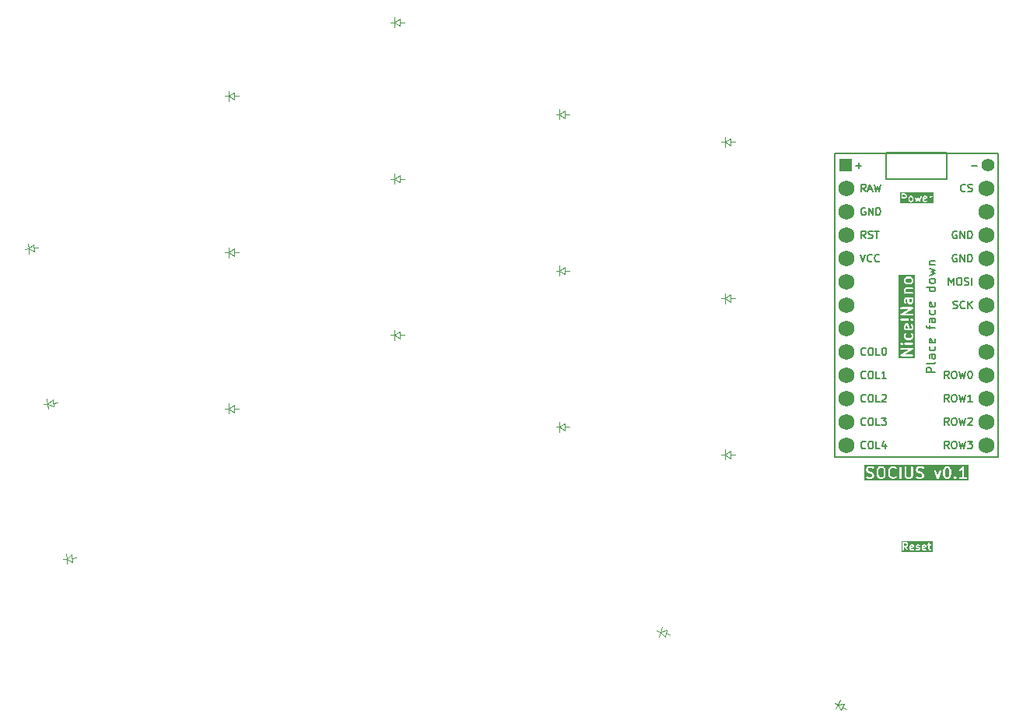
<source format=gbr>
%TF.GenerationSoftware,KiCad,Pcbnew,7.0.11*%
%TF.CreationDate,2024-03-03T17:55:26+13:00*%
%TF.ProjectId,socius-choc-v1,736f6369-7573-42d6-9368-6f632d76312e,v1.0.0*%
%TF.SameCoordinates,Original*%
%TF.FileFunction,Legend,Top*%
%TF.FilePolarity,Positive*%
%FSLAX46Y46*%
G04 Gerber Fmt 4.6, Leading zero omitted, Abs format (unit mm)*
G04 Created by KiCad (PCBNEW 7.0.11) date 2024-03-03 17:55:26*
%MOMM*%
%LPD*%
G01*
G04 APERTURE LIST*
%ADD10C,0.150000*%
%ADD11C,0.200000*%
%ADD12C,0.100000*%
%ADD13C,1.752600*%
%ADD14R,1.400000X1.400000*%
%ADD15C,1.400000*%
G04 APERTURE END LIST*
D10*
G36*
X254090121Y-130533242D02*
G01*
X254111004Y-130554125D01*
X254135738Y-130603593D01*
X254135738Y-130796755D01*
X254111003Y-130846223D01*
X254090120Y-130867107D01*
X254040652Y-130891841D01*
X253961776Y-130891841D01*
X253912308Y-130867107D01*
X253891424Y-130846222D01*
X253866690Y-130796754D01*
X253866690Y-130603594D01*
X253891424Y-130554126D01*
X253912307Y-130533242D01*
X253961777Y-130508507D01*
X254040652Y-130508507D01*
X254090121Y-130533242D01*
G37*
G36*
X255640551Y-130527504D02*
G01*
X255658184Y-130562770D01*
X255428595Y-130608688D01*
X255428595Y-130565499D01*
X255447591Y-130527505D01*
X255485587Y-130508507D01*
X255602557Y-130508507D01*
X255640551Y-130527504D01*
G37*
G36*
X253366311Y-130266575D02*
G01*
X253387194Y-130287458D01*
X253411929Y-130336927D01*
X253411929Y-130415801D01*
X253387194Y-130465270D01*
X253366311Y-130486154D01*
X253316843Y-130510888D01*
X253104786Y-130510888D01*
X253104786Y-130241841D01*
X253316843Y-130241841D01*
X253366311Y-130266575D01*
G37*
G36*
X256494123Y-131156127D02*
G01*
X252840500Y-131156127D01*
X252840500Y-130966841D01*
X252954786Y-130966841D01*
X252972333Y-131015050D01*
X253016762Y-131040702D01*
X253067286Y-131031793D01*
X253100263Y-130992493D01*
X253104786Y-130966841D01*
X253104786Y-130814460D01*
X253716690Y-130814460D01*
X253718223Y-130818673D01*
X253717182Y-130823035D01*
X253724608Y-130848002D01*
X253762704Y-130924191D01*
X253763892Y-130925316D01*
X253776752Y-130943682D01*
X253814847Y-130981778D01*
X253816328Y-130982468D01*
X253834340Y-130995828D01*
X253910530Y-131033923D01*
X253914983Y-131034435D01*
X253918419Y-131037318D01*
X253944071Y-131041841D01*
X254058357Y-131041841D01*
X254062569Y-131040307D01*
X254066931Y-131041350D01*
X254091898Y-131033923D01*
X254168089Y-130995828D01*
X254169213Y-130994640D01*
X254187582Y-130981778D01*
X254225677Y-130943682D01*
X254226368Y-130942199D01*
X254239725Y-130924191D01*
X254277820Y-130848001D01*
X254278332Y-130843547D01*
X254281215Y-130840112D01*
X254285738Y-130814460D01*
X254285738Y-130585888D01*
X254284204Y-130581674D01*
X254285246Y-130577314D01*
X254277820Y-130552347D01*
X254239725Y-130476157D01*
X254238535Y-130475031D01*
X254225676Y-130456665D01*
X254197214Y-130428203D01*
X254402593Y-130428203D01*
X254405291Y-130454111D01*
X254557672Y-130987445D01*
X254558586Y-130988706D01*
X254558538Y-130990264D01*
X254573548Y-131009340D01*
X254587788Y-131028979D01*
X254589298Y-131029357D01*
X254590262Y-131030582D01*
X254614017Y-131035545D01*
X254637554Y-131041438D01*
X254638955Y-131040756D01*
X254640481Y-131041075D01*
X254661869Y-131029607D01*
X254683687Y-131018992D01*
X254684322Y-131017569D01*
X254685695Y-131016833D01*
X254699422Y-130994695D01*
X254782167Y-130787832D01*
X254864912Y-130994695D01*
X254865951Y-130995857D01*
X254866062Y-130997412D01*
X254882937Y-131014854D01*
X254899109Y-131032940D01*
X254900650Y-131033162D01*
X254901734Y-131034282D01*
X254925866Y-131036795D01*
X254949887Y-131040256D01*
X254951211Y-131039434D01*
X254952761Y-131039596D01*
X254972871Y-131026003D01*
X254993488Y-131013220D01*
X254993974Y-131011741D01*
X254995266Y-131010868D01*
X255006662Y-130987445D01*
X255045202Y-130852555D01*
X255278595Y-130852555D01*
X255280128Y-130856768D01*
X255279087Y-130861130D01*
X255286513Y-130886096D01*
X255324609Y-130962287D01*
X255332762Y-130970006D01*
X255337229Y-130980311D01*
X255358150Y-130995828D01*
X255434340Y-131033923D01*
X255438793Y-131034435D01*
X255442229Y-131037318D01*
X255467881Y-131041841D01*
X255620262Y-131041841D01*
X255624474Y-131040307D01*
X255628836Y-131041350D01*
X255653803Y-131033923D01*
X255729994Y-130995828D01*
X255757439Y-130966841D01*
X256002405Y-130966841D01*
X256019952Y-131015050D01*
X256064381Y-131040702D01*
X256114905Y-131031793D01*
X256147882Y-130992493D01*
X256152405Y-130966841D01*
X256152405Y-130603593D01*
X256177139Y-130554125D01*
X256198022Y-130533241D01*
X256247491Y-130508507D01*
X256305976Y-130508507D01*
X256354185Y-130490960D01*
X256379837Y-130446531D01*
X256370928Y-130396007D01*
X256331628Y-130363030D01*
X256305976Y-130358507D01*
X256229786Y-130358507D01*
X256225572Y-130360040D01*
X256221211Y-130358999D01*
X256196244Y-130366425D01*
X256138498Y-130395298D01*
X256134858Y-130385298D01*
X256090429Y-130359646D01*
X256039905Y-130368555D01*
X256006928Y-130407855D01*
X256002405Y-130433507D01*
X256002405Y-130966841D01*
X255757439Y-130966841D01*
X255765266Y-130958574D01*
X255768341Y-130907364D01*
X255737778Y-130866158D01*
X255687879Y-130854237D01*
X255662912Y-130861664D01*
X255602557Y-130891841D01*
X255485586Y-130891841D01*
X255447592Y-130872844D01*
X255428595Y-130834849D01*
X255428595Y-130761659D01*
X255749256Y-130697528D01*
X255759843Y-130691088D01*
X255772048Y-130688936D01*
X255781082Y-130678169D01*
X255793088Y-130670867D01*
X255797058Y-130659129D01*
X255805025Y-130649636D01*
X255809548Y-130623984D01*
X255809548Y-130547793D01*
X255808014Y-130543579D01*
X255809056Y-130539219D01*
X255801630Y-130514252D01*
X255763535Y-130438062D01*
X255755380Y-130430341D01*
X255750915Y-130420039D01*
X255729994Y-130404521D01*
X255653803Y-130366425D01*
X255649349Y-130365912D01*
X255645914Y-130363030D01*
X255620262Y-130358507D01*
X255467881Y-130358507D01*
X255463666Y-130360040D01*
X255459305Y-130358999D01*
X255434339Y-130366426D01*
X255358149Y-130404521D01*
X255350428Y-130412675D01*
X255340127Y-130417141D01*
X255324609Y-130438062D01*
X255286513Y-130514251D01*
X255286000Y-130518705D01*
X255283118Y-130522141D01*
X255278595Y-130547793D01*
X255278595Y-130852555D01*
X255045202Y-130852555D01*
X255159043Y-130454111D01*
X255155416Y-130402936D01*
X255119743Y-130366066D01*
X255068716Y-130360752D01*
X255026211Y-130389480D01*
X255014815Y-130412903D01*
X254922704Y-130735288D01*
X254851803Y-130558034D01*
X254836189Y-130540573D01*
X254821691Y-130522147D01*
X254819259Y-130521638D01*
X254817606Y-130519790D01*
X254794421Y-130516449D01*
X254771472Y-130511654D01*
X254769284Y-130512826D01*
X254766828Y-130512473D01*
X254746916Y-130524819D01*
X254726258Y-130535896D01*
X254724511Y-130538712D01*
X254723227Y-130539509D01*
X254722334Y-130542223D01*
X254712531Y-130558034D01*
X254641629Y-130735288D01*
X254549519Y-130412903D01*
X254519403Y-130371369D01*
X254469637Y-130358910D01*
X254423504Y-130381356D01*
X254402593Y-130428203D01*
X254197214Y-130428203D01*
X254187581Y-130418570D01*
X254186096Y-130417877D01*
X254168089Y-130404521D01*
X254091898Y-130366425D01*
X254087444Y-130365912D01*
X254084009Y-130363030D01*
X254058357Y-130358507D01*
X253944071Y-130358507D01*
X253939856Y-130360040D01*
X253935495Y-130358999D01*
X253910529Y-130366426D01*
X253834339Y-130404521D01*
X253833211Y-130405712D01*
X253814848Y-130418570D01*
X253776753Y-130456665D01*
X253776060Y-130458149D01*
X253762704Y-130476157D01*
X253724608Y-130552346D01*
X253724095Y-130556800D01*
X253721213Y-130560236D01*
X253716690Y-130585888D01*
X253716690Y-130814460D01*
X253104786Y-130814460D01*
X253104786Y-130660888D01*
X253334548Y-130660888D01*
X253338761Y-130659354D01*
X253343122Y-130660396D01*
X253368089Y-130652970D01*
X253444279Y-130614875D01*
X253445404Y-130613685D01*
X253463771Y-130600826D01*
X253501866Y-130562731D01*
X253502558Y-130561245D01*
X253515915Y-130543239D01*
X253554011Y-130467049D01*
X253554523Y-130462594D01*
X253557406Y-130459159D01*
X253561929Y-130433507D01*
X253561929Y-130319222D01*
X253560395Y-130315008D01*
X253561437Y-130310647D01*
X253554011Y-130285680D01*
X253515915Y-130209490D01*
X253514725Y-130208364D01*
X253501866Y-130189998D01*
X253463771Y-130151903D01*
X253462289Y-130151212D01*
X253444279Y-130137854D01*
X253368089Y-130099759D01*
X253363635Y-130099246D01*
X253360200Y-130096364D01*
X253334548Y-130091841D01*
X253029786Y-130091841D01*
X253011477Y-130098504D01*
X252992286Y-130101889D01*
X252987935Y-130107073D01*
X252981577Y-130109388D01*
X252971834Y-130126261D01*
X252959309Y-130141189D01*
X252957591Y-130150931D01*
X252955925Y-130153817D01*
X252956503Y-130157099D01*
X252954786Y-130166841D01*
X252954786Y-130966841D01*
X252840500Y-130966841D01*
X252840500Y-129977555D01*
X256494123Y-129977555D01*
X256494123Y-131156127D01*
G37*
G36*
X254090121Y-130533242D02*
G01*
X254111004Y-130554125D01*
X254135738Y-130603593D01*
X254135738Y-130796755D01*
X254111003Y-130846223D01*
X254090120Y-130867107D01*
X254040652Y-130891841D01*
X253961776Y-130891841D01*
X253912308Y-130867107D01*
X253891424Y-130846222D01*
X253866690Y-130796754D01*
X253866690Y-130603594D01*
X253891424Y-130554126D01*
X253912307Y-130533242D01*
X253961777Y-130508507D01*
X254040652Y-130508507D01*
X254090121Y-130533242D01*
G37*
G36*
X255640551Y-130527504D02*
G01*
X255658184Y-130562770D01*
X255428595Y-130608688D01*
X255428595Y-130565499D01*
X255447591Y-130527505D01*
X255485587Y-130508507D01*
X255602557Y-130508507D01*
X255640551Y-130527504D01*
G37*
G36*
X253366311Y-130266575D02*
G01*
X253387194Y-130287458D01*
X253411929Y-130336927D01*
X253411929Y-130415801D01*
X253387194Y-130465270D01*
X253366311Y-130486154D01*
X253316843Y-130510888D01*
X253104786Y-130510888D01*
X253104786Y-130241841D01*
X253316843Y-130241841D01*
X253366311Y-130266575D01*
G37*
G36*
X256494123Y-131156127D02*
G01*
X252840500Y-131156127D01*
X252840500Y-130966841D01*
X252954786Y-130966841D01*
X252972333Y-131015050D01*
X253016762Y-131040702D01*
X253067286Y-131031793D01*
X253100263Y-130992493D01*
X253104786Y-130966841D01*
X253104786Y-130814460D01*
X253716690Y-130814460D01*
X253718223Y-130818673D01*
X253717182Y-130823035D01*
X253724608Y-130848002D01*
X253762704Y-130924191D01*
X253763892Y-130925316D01*
X253776752Y-130943682D01*
X253814847Y-130981778D01*
X253816328Y-130982468D01*
X253834340Y-130995828D01*
X253910530Y-131033923D01*
X253914983Y-131034435D01*
X253918419Y-131037318D01*
X253944071Y-131041841D01*
X254058357Y-131041841D01*
X254062569Y-131040307D01*
X254066931Y-131041350D01*
X254091898Y-131033923D01*
X254168089Y-130995828D01*
X254169213Y-130994640D01*
X254187582Y-130981778D01*
X254225677Y-130943682D01*
X254226368Y-130942199D01*
X254239725Y-130924191D01*
X254277820Y-130848001D01*
X254278332Y-130843547D01*
X254281215Y-130840112D01*
X254285738Y-130814460D01*
X254285738Y-130585888D01*
X254284204Y-130581674D01*
X254285246Y-130577314D01*
X254277820Y-130552347D01*
X254239725Y-130476157D01*
X254238535Y-130475031D01*
X254225676Y-130456665D01*
X254197214Y-130428203D01*
X254402593Y-130428203D01*
X254405291Y-130454111D01*
X254557672Y-130987445D01*
X254558586Y-130988706D01*
X254558538Y-130990264D01*
X254573548Y-131009340D01*
X254587788Y-131028979D01*
X254589298Y-131029357D01*
X254590262Y-131030582D01*
X254614017Y-131035545D01*
X254637554Y-131041438D01*
X254638955Y-131040756D01*
X254640481Y-131041075D01*
X254661869Y-131029607D01*
X254683687Y-131018992D01*
X254684322Y-131017569D01*
X254685695Y-131016833D01*
X254699422Y-130994695D01*
X254782167Y-130787832D01*
X254864912Y-130994695D01*
X254865951Y-130995857D01*
X254866062Y-130997412D01*
X254882937Y-131014854D01*
X254899109Y-131032940D01*
X254900650Y-131033162D01*
X254901734Y-131034282D01*
X254925866Y-131036795D01*
X254949887Y-131040256D01*
X254951211Y-131039434D01*
X254952761Y-131039596D01*
X254972871Y-131026003D01*
X254993488Y-131013220D01*
X254993974Y-131011741D01*
X254995266Y-131010868D01*
X255006662Y-130987445D01*
X255045202Y-130852555D01*
X255278595Y-130852555D01*
X255280128Y-130856768D01*
X255279087Y-130861130D01*
X255286513Y-130886096D01*
X255324609Y-130962287D01*
X255332762Y-130970006D01*
X255337229Y-130980311D01*
X255358150Y-130995828D01*
X255434340Y-131033923D01*
X255438793Y-131034435D01*
X255442229Y-131037318D01*
X255467881Y-131041841D01*
X255620262Y-131041841D01*
X255624474Y-131040307D01*
X255628836Y-131041350D01*
X255653803Y-131033923D01*
X255729994Y-130995828D01*
X255757439Y-130966841D01*
X256002405Y-130966841D01*
X256019952Y-131015050D01*
X256064381Y-131040702D01*
X256114905Y-131031793D01*
X256147882Y-130992493D01*
X256152405Y-130966841D01*
X256152405Y-130603593D01*
X256177139Y-130554125D01*
X256198022Y-130533241D01*
X256247491Y-130508507D01*
X256305976Y-130508507D01*
X256354185Y-130490960D01*
X256379837Y-130446531D01*
X256370928Y-130396007D01*
X256331628Y-130363030D01*
X256305976Y-130358507D01*
X256229786Y-130358507D01*
X256225572Y-130360040D01*
X256221211Y-130358999D01*
X256196244Y-130366425D01*
X256138498Y-130395298D01*
X256134858Y-130385298D01*
X256090429Y-130359646D01*
X256039905Y-130368555D01*
X256006928Y-130407855D01*
X256002405Y-130433507D01*
X256002405Y-130966841D01*
X255757439Y-130966841D01*
X255765266Y-130958574D01*
X255768341Y-130907364D01*
X255737778Y-130866158D01*
X255687879Y-130854237D01*
X255662912Y-130861664D01*
X255602557Y-130891841D01*
X255485586Y-130891841D01*
X255447592Y-130872844D01*
X255428595Y-130834849D01*
X255428595Y-130761659D01*
X255749256Y-130697528D01*
X255759843Y-130691088D01*
X255772048Y-130688936D01*
X255781082Y-130678169D01*
X255793088Y-130670867D01*
X255797058Y-130659129D01*
X255805025Y-130649636D01*
X255809548Y-130623984D01*
X255809548Y-130547793D01*
X255808014Y-130543579D01*
X255809056Y-130539219D01*
X255801630Y-130514252D01*
X255763535Y-130438062D01*
X255755380Y-130430341D01*
X255750915Y-130420039D01*
X255729994Y-130404521D01*
X255653803Y-130366425D01*
X255649349Y-130365912D01*
X255645914Y-130363030D01*
X255620262Y-130358507D01*
X255467881Y-130358507D01*
X255463666Y-130360040D01*
X255459305Y-130358999D01*
X255434339Y-130366426D01*
X255358149Y-130404521D01*
X255350428Y-130412675D01*
X255340127Y-130417141D01*
X255324609Y-130438062D01*
X255286513Y-130514251D01*
X255286000Y-130518705D01*
X255283118Y-130522141D01*
X255278595Y-130547793D01*
X255278595Y-130852555D01*
X255045202Y-130852555D01*
X255159043Y-130454111D01*
X255155416Y-130402936D01*
X255119743Y-130366066D01*
X255068716Y-130360752D01*
X255026211Y-130389480D01*
X255014815Y-130412903D01*
X254922704Y-130735288D01*
X254851803Y-130558034D01*
X254836189Y-130540573D01*
X254821691Y-130522147D01*
X254819259Y-130521638D01*
X254817606Y-130519790D01*
X254794421Y-130516449D01*
X254771472Y-130511654D01*
X254769284Y-130512826D01*
X254766828Y-130512473D01*
X254746916Y-130524819D01*
X254726258Y-130535896D01*
X254724511Y-130538712D01*
X254723227Y-130539509D01*
X254722334Y-130542223D01*
X254712531Y-130558034D01*
X254641629Y-130735288D01*
X254549519Y-130412903D01*
X254519403Y-130371369D01*
X254469637Y-130358910D01*
X254423504Y-130381356D01*
X254402593Y-130428203D01*
X254197214Y-130428203D01*
X254187581Y-130418570D01*
X254186096Y-130417877D01*
X254168089Y-130404521D01*
X254091898Y-130366425D01*
X254087444Y-130365912D01*
X254084009Y-130363030D01*
X254058357Y-130358507D01*
X253944071Y-130358507D01*
X253939856Y-130360040D01*
X253935495Y-130358999D01*
X253910529Y-130366426D01*
X253834339Y-130404521D01*
X253833211Y-130405712D01*
X253814848Y-130418570D01*
X253776753Y-130456665D01*
X253776060Y-130458149D01*
X253762704Y-130476157D01*
X253724608Y-130552346D01*
X253724095Y-130556800D01*
X253721213Y-130560236D01*
X253716690Y-130585888D01*
X253716690Y-130814460D01*
X253104786Y-130814460D01*
X253104786Y-130660888D01*
X253334548Y-130660888D01*
X253338761Y-130659354D01*
X253343122Y-130660396D01*
X253368089Y-130652970D01*
X253444279Y-130614875D01*
X253445404Y-130613685D01*
X253463771Y-130600826D01*
X253501866Y-130562731D01*
X253502558Y-130561245D01*
X253515915Y-130543239D01*
X253554011Y-130467049D01*
X253554523Y-130462594D01*
X253557406Y-130459159D01*
X253561929Y-130433507D01*
X253561929Y-130319222D01*
X253560395Y-130315008D01*
X253561437Y-130310647D01*
X253554011Y-130285680D01*
X253515915Y-130209490D01*
X253514725Y-130208364D01*
X253501866Y-130189998D01*
X253463771Y-130151903D01*
X253462289Y-130151212D01*
X253444279Y-130137854D01*
X253368089Y-130099759D01*
X253363635Y-130099246D01*
X253360200Y-130096364D01*
X253334548Y-130091841D01*
X253029786Y-130091841D01*
X253011477Y-130098504D01*
X252992286Y-130101889D01*
X252987935Y-130107073D01*
X252981577Y-130109388D01*
X252971834Y-130126261D01*
X252959309Y-130141189D01*
X252957591Y-130150931D01*
X252955925Y-130153817D01*
X252956503Y-130157099D01*
X252954786Y-130166841D01*
X252954786Y-130966841D01*
X252840500Y-130966841D01*
X252840500Y-129977555D01*
X256494123Y-129977555D01*
X256494123Y-131156127D01*
G37*
G36*
X254211991Y-168427506D02*
G01*
X254229624Y-168462772D01*
X254000035Y-168508690D01*
X254000035Y-168465501D01*
X254019031Y-168427507D01*
X254057027Y-168408509D01*
X254173997Y-168408509D01*
X254211991Y-168427506D01*
G37*
G36*
X255545324Y-168427506D02*
G01*
X255562957Y-168462772D01*
X255333368Y-168508690D01*
X255333368Y-168465501D01*
X255352364Y-168427507D01*
X255390360Y-168408509D01*
X255507330Y-168408509D01*
X255545324Y-168427506D01*
G37*
G36*
X253499656Y-168166577D02*
G01*
X253520539Y-168187460D01*
X253545274Y-168236929D01*
X253545274Y-168315803D01*
X253520539Y-168365272D01*
X253499656Y-168386156D01*
X253450188Y-168410890D01*
X253238131Y-168410890D01*
X253238131Y-168141843D01*
X253450188Y-168141843D01*
X253499656Y-168166577D01*
G37*
G36*
X256360801Y-169056129D02*
G01*
X252973845Y-169056129D01*
X252973845Y-168866843D01*
X253088131Y-168866843D01*
X253105678Y-168915052D01*
X253150107Y-168940704D01*
X253200631Y-168931795D01*
X253233608Y-168892495D01*
X253238131Y-168866843D01*
X253238131Y-168560890D01*
X253314558Y-168560890D01*
X253558831Y-168909852D01*
X253600853Y-168939284D01*
X253651961Y-168934821D01*
X253688243Y-168898549D01*
X253692721Y-168847442D01*
X253681716Y-168823833D01*
X253631823Y-168752557D01*
X253850035Y-168752557D01*
X253851568Y-168756770D01*
X253850527Y-168761132D01*
X253857953Y-168786098D01*
X253896049Y-168862289D01*
X253904202Y-168870008D01*
X253908669Y-168880313D01*
X253929590Y-168895830D01*
X254005780Y-168933925D01*
X254010233Y-168934437D01*
X254013669Y-168937320D01*
X254039321Y-168941843D01*
X254191702Y-168941843D01*
X254195914Y-168940309D01*
X254200276Y-168941352D01*
X254225243Y-168933925D01*
X254301434Y-168895830D01*
X254336706Y-168858576D01*
X254339781Y-168807366D01*
X254309218Y-168766160D01*
X254259319Y-168754239D01*
X254234352Y-168761666D01*
X254173997Y-168791843D01*
X254057026Y-168791843D01*
X254019032Y-168772846D01*
X254000035Y-168734851D01*
X254000035Y-168661661D01*
X254320696Y-168597530D01*
X254331283Y-168591090D01*
X254343488Y-168588938D01*
X254352522Y-168578171D01*
X254364528Y-168570869D01*
X254368498Y-168559131D01*
X254376465Y-168549638D01*
X254380988Y-168523986D01*
X254380988Y-168485890D01*
X254535749Y-168485890D01*
X254537282Y-168490103D01*
X254536241Y-168494465D01*
X254543667Y-168519431D01*
X254581763Y-168595622D01*
X254589916Y-168603341D01*
X254594383Y-168613646D01*
X254615304Y-168629163D01*
X254691494Y-168667258D01*
X254695947Y-168667770D01*
X254699383Y-168670653D01*
X254725035Y-168675176D01*
X254821616Y-168675176D01*
X254859609Y-168694172D01*
X254878607Y-168732167D01*
X254878607Y-168734851D01*
X254859609Y-168772846D01*
X254821616Y-168791843D01*
X254704645Y-168791843D01*
X254644290Y-168761666D01*
X254593323Y-168755801D01*
X254550510Y-168784068D01*
X254535884Y-168833242D01*
X254556287Y-168880313D01*
X254577208Y-168895830D01*
X254653399Y-168933925D01*
X254657852Y-168934437D01*
X254661288Y-168937320D01*
X254686940Y-168941843D01*
X254839321Y-168941843D01*
X254843534Y-168940309D01*
X254847895Y-168941351D01*
X254872862Y-168933925D01*
X254949052Y-168895830D01*
X254956772Y-168887675D01*
X254967075Y-168883210D01*
X254982593Y-168862289D01*
X255020689Y-168786099D01*
X255021201Y-168781644D01*
X255024084Y-168778209D01*
X255028607Y-168752557D01*
X255183368Y-168752557D01*
X255184901Y-168756770D01*
X255183860Y-168761132D01*
X255191286Y-168786098D01*
X255229382Y-168862289D01*
X255237535Y-168870008D01*
X255242002Y-168880313D01*
X255262923Y-168895830D01*
X255339113Y-168933925D01*
X255343566Y-168934437D01*
X255347002Y-168937320D01*
X255372654Y-168941843D01*
X255525035Y-168941843D01*
X255529247Y-168940309D01*
X255533609Y-168941352D01*
X255558576Y-168933925D01*
X255634767Y-168895830D01*
X255670039Y-168858576D01*
X255673114Y-168807366D01*
X255642551Y-168766160D01*
X255592652Y-168754239D01*
X255567685Y-168761666D01*
X255507330Y-168791843D01*
X255390359Y-168791843D01*
X255352365Y-168772846D01*
X255333368Y-168734851D01*
X255333368Y-168661661D01*
X255654029Y-168597530D01*
X255664616Y-168591090D01*
X255676821Y-168588938D01*
X255685855Y-168578171D01*
X255697861Y-168570869D01*
X255701831Y-168559131D01*
X255709798Y-168549638D01*
X255714321Y-168523986D01*
X255714321Y-168447795D01*
X255712787Y-168443581D01*
X255713829Y-168439221D01*
X255706403Y-168414254D01*
X255668308Y-168338064D01*
X255660153Y-168330343D01*
X255655880Y-168320485D01*
X255794031Y-168320485D01*
X255802940Y-168371009D01*
X255842240Y-168403986D01*
X255867892Y-168408509D01*
X255907178Y-168408509D01*
X255907178Y-168752557D01*
X255908711Y-168756769D01*
X255907669Y-168761131D01*
X255915096Y-168786098D01*
X255953191Y-168862289D01*
X255961344Y-168870008D01*
X255965811Y-168880313D01*
X255986732Y-168895830D01*
X256062922Y-168933925D01*
X256067375Y-168934437D01*
X256070811Y-168937320D01*
X256096463Y-168941843D01*
X256172654Y-168941843D01*
X256220863Y-168924296D01*
X256246515Y-168879867D01*
X256237606Y-168829343D01*
X256198306Y-168796366D01*
X256172654Y-168791843D01*
X256114168Y-168791843D01*
X256076174Y-168772846D01*
X256057178Y-168734852D01*
X256057178Y-168408509D01*
X256172654Y-168408509D01*
X256220863Y-168390962D01*
X256246515Y-168346533D01*
X256237606Y-168296009D01*
X256198306Y-168263032D01*
X256172654Y-168258509D01*
X256057178Y-168258509D01*
X256057178Y-168066843D01*
X256039631Y-168018634D01*
X255995202Y-167992982D01*
X255944678Y-168001891D01*
X255911701Y-168041191D01*
X255907178Y-168066843D01*
X255907178Y-168258509D01*
X255867892Y-168258509D01*
X255819683Y-168276056D01*
X255794031Y-168320485D01*
X255655880Y-168320485D01*
X255655688Y-168320041D01*
X255634767Y-168304523D01*
X255558576Y-168266427D01*
X255554122Y-168265914D01*
X255550687Y-168263032D01*
X255525035Y-168258509D01*
X255372654Y-168258509D01*
X255368439Y-168260042D01*
X255364078Y-168259001D01*
X255339112Y-168266428D01*
X255262922Y-168304523D01*
X255255201Y-168312677D01*
X255244900Y-168317143D01*
X255229382Y-168338064D01*
X255191286Y-168414253D01*
X255190773Y-168418707D01*
X255187891Y-168422143D01*
X255183368Y-168447795D01*
X255183368Y-168752557D01*
X255028607Y-168752557D01*
X255028607Y-168714462D01*
X255027073Y-168710248D01*
X255028115Y-168705887D01*
X255020689Y-168680920D01*
X254982593Y-168604730D01*
X254974439Y-168597010D01*
X254969973Y-168586706D01*
X254949052Y-168571189D01*
X254872862Y-168533094D01*
X254868408Y-168532581D01*
X254864973Y-168529699D01*
X254839321Y-168525176D01*
X254742740Y-168525176D01*
X254704746Y-168506179D01*
X254685749Y-168468184D01*
X254685749Y-168465501D01*
X254704745Y-168427507D01*
X254742741Y-168408509D01*
X254821615Y-168408509D01*
X254881969Y-168438686D01*
X254932936Y-168444552D01*
X254975749Y-168416286D01*
X254990376Y-168367112D01*
X254969973Y-168320041D01*
X254949052Y-168304523D01*
X254872863Y-168266427D01*
X254868408Y-168265914D01*
X254864973Y-168263032D01*
X254839321Y-168258509D01*
X254725035Y-168258509D01*
X254720820Y-168260042D01*
X254716459Y-168259001D01*
X254691493Y-168266428D01*
X254615303Y-168304523D01*
X254607582Y-168312677D01*
X254597281Y-168317143D01*
X254581763Y-168338064D01*
X254543667Y-168414253D01*
X254543154Y-168418707D01*
X254540272Y-168422143D01*
X254535749Y-168447795D01*
X254535749Y-168485890D01*
X254380988Y-168485890D01*
X254380988Y-168447795D01*
X254379454Y-168443581D01*
X254380496Y-168439221D01*
X254373070Y-168414254D01*
X254334975Y-168338064D01*
X254326820Y-168330343D01*
X254322355Y-168320041D01*
X254301434Y-168304523D01*
X254225243Y-168266427D01*
X254220789Y-168265914D01*
X254217354Y-168263032D01*
X254191702Y-168258509D01*
X254039321Y-168258509D01*
X254035106Y-168260042D01*
X254030745Y-168259001D01*
X254005779Y-168266428D01*
X253929589Y-168304523D01*
X253921868Y-168312677D01*
X253911567Y-168317143D01*
X253896049Y-168338064D01*
X253857953Y-168414253D01*
X253857440Y-168418707D01*
X253854558Y-168422143D01*
X253850035Y-168447795D01*
X253850035Y-168752557D01*
X253631823Y-168752557D01*
X253493719Y-168555266D01*
X253501434Y-168552972D01*
X253577624Y-168514877D01*
X253578749Y-168513687D01*
X253597116Y-168500828D01*
X253635211Y-168462733D01*
X253635903Y-168461247D01*
X253649260Y-168443241D01*
X253687356Y-168367051D01*
X253687868Y-168362596D01*
X253690751Y-168359161D01*
X253695274Y-168333509D01*
X253695274Y-168219224D01*
X253693740Y-168215010D01*
X253694782Y-168210649D01*
X253687356Y-168185682D01*
X253649260Y-168109492D01*
X253648070Y-168108366D01*
X253635211Y-168090000D01*
X253597116Y-168051905D01*
X253595634Y-168051214D01*
X253577624Y-168037856D01*
X253501434Y-167999761D01*
X253496980Y-167999248D01*
X253493545Y-167996366D01*
X253467893Y-167991843D01*
X253163131Y-167991843D01*
X253144822Y-167998506D01*
X253125631Y-168001891D01*
X253121280Y-168007075D01*
X253114922Y-168009390D01*
X253105179Y-168026263D01*
X253092654Y-168041191D01*
X253090936Y-168050933D01*
X253089270Y-168053819D01*
X253089848Y-168057101D01*
X253088131Y-168066843D01*
X253088131Y-168866843D01*
X252973845Y-168866843D01*
X252973845Y-167877557D01*
X256360801Y-167877557D01*
X256360801Y-169056129D01*
G37*
D11*
G36*
X250922947Y-159988619D02*
G01*
X251006174Y-160071846D01*
X251053613Y-160261601D01*
X251053613Y-160636981D01*
X251006174Y-160826737D01*
X250922947Y-160909963D01*
X250844292Y-160949291D01*
X250662934Y-160949291D01*
X250584278Y-160909963D01*
X250501051Y-160826736D01*
X250453613Y-160636981D01*
X250453613Y-160261601D01*
X250501051Y-160071846D01*
X250584278Y-159988619D01*
X250662934Y-159949291D01*
X250844291Y-159949291D01*
X250922947Y-159988619D01*
G37*
G36*
X258065806Y-159988619D02*
G01*
X258099999Y-160022812D01*
X258144976Y-160112766D01*
X258196471Y-160318744D01*
X258196471Y-160579838D01*
X258144976Y-160785816D01*
X258099999Y-160875770D01*
X258065806Y-160909963D01*
X257987150Y-160949291D01*
X257920078Y-160949291D01*
X257841421Y-160909963D01*
X257807228Y-160875769D01*
X257762251Y-160785815D01*
X257710757Y-160579839D01*
X257710757Y-160318744D01*
X257762251Y-160112768D01*
X257807228Y-160022813D01*
X257841420Y-159988620D01*
X257920078Y-159949291D01*
X257987150Y-159949291D01*
X258065806Y-159988619D01*
G37*
G36*
X260277292Y-161320720D02*
G01*
X248939327Y-161320720D01*
X248939327Y-160192149D01*
X249110756Y-160192149D01*
X249117879Y-160214072D01*
X249121313Y-160236871D01*
X249178457Y-160351156D01*
X249189829Y-160362702D01*
X249197188Y-160377145D01*
X249254331Y-160434287D01*
X249268770Y-160441644D01*
X249280320Y-160453020D01*
X249394606Y-160510163D01*
X249405626Y-160511822D01*
X249415073Y-160517734D01*
X249632994Y-160572214D01*
X249722949Y-160617191D01*
X249757140Y-160651382D01*
X249796470Y-160730040D01*
X249796470Y-160797112D01*
X249757140Y-160875771D01*
X249722949Y-160909962D01*
X249644292Y-160949291D01*
X249398412Y-160949291D01*
X249242378Y-160897281D01*
X249180576Y-160896811D01*
X249130302Y-160932758D01*
X249110758Y-160991391D01*
X249129410Y-161050312D01*
X249179134Y-161087017D01*
X249350563Y-161144160D01*
X249366771Y-161144283D01*
X249382185Y-161149291D01*
X249667899Y-161149291D01*
X249689822Y-161142167D01*
X249712620Y-161138734D01*
X249826906Y-161081592D01*
X249838455Y-161070217D01*
X249852896Y-161062859D01*
X249910039Y-161005716D01*
X249917397Y-160991273D01*
X249928770Y-160979727D01*
X249985913Y-160865441D01*
X249989346Y-160842643D01*
X249996470Y-160820720D01*
X249996470Y-160706434D01*
X249989346Y-160684510D01*
X249985913Y-160661713D01*
X249979702Y-160649291D01*
X250253613Y-160649291D01*
X250257459Y-160661128D01*
X250256599Y-160673545D01*
X250313742Y-160902117D01*
X250327914Y-160924765D01*
X250340045Y-160948574D01*
X250454331Y-161062860D01*
X250468774Y-161070219D01*
X250480321Y-161081592D01*
X250594606Y-161138734D01*
X250617403Y-161142167D01*
X250639327Y-161149291D01*
X250867899Y-161149291D01*
X250889822Y-161142167D01*
X250912620Y-161138734D01*
X251026905Y-161081592D01*
X251038452Y-161070218D01*
X251052895Y-161062860D01*
X251167181Y-160948574D01*
X251179314Y-160924762D01*
X251193484Y-160902117D01*
X251250627Y-160673544D01*
X251249766Y-160661128D01*
X251253613Y-160649291D01*
X251253613Y-160535006D01*
X251510756Y-160535006D01*
X251514602Y-160546843D01*
X251513742Y-160559260D01*
X251570885Y-160787831D01*
X251576796Y-160797277D01*
X251578456Y-160808298D01*
X251635599Y-160922585D01*
X251646973Y-160934133D01*
X251654331Y-160948573D01*
X251768616Y-161062859D01*
X251789157Y-161073325D01*
X251807705Y-161087017D01*
X251979134Y-161144160D01*
X251995342Y-161144283D01*
X252010756Y-161149291D01*
X252125042Y-161149291D01*
X252140457Y-161144282D01*
X252156664Y-161144159D01*
X252328093Y-161087017D01*
X252346639Y-161073326D01*
X252367181Y-161062860D01*
X252380750Y-161049291D01*
X252767899Y-161049291D01*
X252786997Y-161108070D01*
X252836997Y-161144397D01*
X252898801Y-161144397D01*
X252948801Y-161108070D01*
X252967899Y-161049291D01*
X252967899Y-160820720D01*
X253339328Y-160820720D01*
X253346451Y-160842643D01*
X253349885Y-160865441D01*
X253407028Y-160979728D01*
X253418402Y-160991275D01*
X253425760Y-161005717D01*
X253482903Y-161062859D01*
X253497344Y-161070217D01*
X253508893Y-161081592D01*
X253623178Y-161138734D01*
X253645975Y-161142167D01*
X253667899Y-161149291D01*
X253896471Y-161149291D01*
X253918394Y-161142167D01*
X253941192Y-161138734D01*
X254055477Y-161081592D01*
X254067024Y-161070218D01*
X254081467Y-161062860D01*
X254138609Y-161005717D01*
X254145967Y-160991275D01*
X254157342Y-160979727D01*
X254214485Y-160865441D01*
X254217918Y-160842643D01*
X254225042Y-160820720D01*
X254225042Y-160192149D01*
X254539328Y-160192149D01*
X254546451Y-160214072D01*
X254549885Y-160236871D01*
X254607029Y-160351156D01*
X254618401Y-160362702D01*
X254625760Y-160377145D01*
X254682903Y-160434287D01*
X254697342Y-160441644D01*
X254708892Y-160453020D01*
X254823178Y-160510163D01*
X254834198Y-160511822D01*
X254843645Y-160517734D01*
X255061566Y-160572214D01*
X255151521Y-160617191D01*
X255185712Y-160651382D01*
X255225042Y-160730040D01*
X255225042Y-160797112D01*
X255185712Y-160875771D01*
X255151521Y-160909962D01*
X255072864Y-160949291D01*
X254826984Y-160949291D01*
X254670950Y-160897281D01*
X254609148Y-160896811D01*
X254558874Y-160932758D01*
X254539330Y-160991391D01*
X254557982Y-161050312D01*
X254607706Y-161087017D01*
X254779135Y-161144160D01*
X254795343Y-161144283D01*
X254810757Y-161149291D01*
X255096471Y-161149291D01*
X255118394Y-161142167D01*
X255141192Y-161138734D01*
X255255478Y-161081592D01*
X255267027Y-161070217D01*
X255281468Y-161062859D01*
X255338611Y-161005716D01*
X255345969Y-160991273D01*
X255357342Y-160979727D01*
X255414485Y-160865441D01*
X255417918Y-160842643D01*
X255425042Y-160820720D01*
X255425042Y-160706434D01*
X255417918Y-160684510D01*
X255414485Y-160661713D01*
X255357342Y-160547427D01*
X255345968Y-160535880D01*
X255338611Y-160521439D01*
X255281468Y-160464296D01*
X255267028Y-160456938D01*
X255255479Y-160445563D01*
X255141192Y-160388420D01*
X255130171Y-160386760D01*
X255120725Y-160380849D01*
X254902801Y-160326368D01*
X254812848Y-160281390D01*
X254778656Y-160247197D01*
X254765631Y-160221147D01*
X256543370Y-160221147D01*
X256545154Y-160282925D01*
X256830868Y-161082925D01*
X256848067Y-161105215D01*
X256863953Y-161128463D01*
X256866785Y-161129474D01*
X256868623Y-161131856D01*
X256895641Y-161139780D01*
X256922156Y-161149250D01*
X256925042Y-161148403D01*
X256927928Y-161149250D01*
X256954442Y-161139780D01*
X256981461Y-161131856D01*
X256983298Y-161129474D01*
X256986131Y-161128463D01*
X257002019Y-161105211D01*
X257019216Y-161082925D01*
X257194494Y-160592149D01*
X257510757Y-160592149D01*
X257514603Y-160603986D01*
X257513743Y-160616403D01*
X257570886Y-160844974D01*
X257576797Y-160854420D01*
X257578457Y-160865441D01*
X257635600Y-160979728D01*
X257646974Y-160991275D01*
X257654332Y-161005717D01*
X257711475Y-161062859D01*
X257725916Y-161070217D01*
X257737465Y-161081592D01*
X257851750Y-161138734D01*
X257874547Y-161142167D01*
X257896471Y-161149291D01*
X258010757Y-161149291D01*
X258032680Y-161142167D01*
X258055478Y-161138734D01*
X258169764Y-161081592D01*
X258181311Y-161070218D01*
X258195754Y-161062860D01*
X258250820Y-161007793D01*
X258654845Y-161007793D01*
X258662035Y-161021904D01*
X258664513Y-161037548D01*
X258675713Y-161048748D01*
X258682904Y-161062860D01*
X258740047Y-161120003D01*
X258754158Y-161127192D01*
X258765357Y-161138392D01*
X258773327Y-161139654D01*
X258779855Y-161144397D01*
X258787924Y-161144397D01*
X258795115Y-161148061D01*
X258810757Y-161145583D01*
X258826399Y-161148061D01*
X258833590Y-161144397D01*
X258841659Y-161144397D01*
X258848186Y-161139654D01*
X258856157Y-161138392D01*
X258867357Y-161127191D01*
X258881467Y-161120002D01*
X258938610Y-161062860D01*
X258945800Y-161048748D01*
X258957001Y-161037548D01*
X258959478Y-161021904D01*
X258966669Y-161007793D01*
X258964191Y-160992148D01*
X258966669Y-160976505D01*
X258959479Y-160962395D01*
X258957002Y-160946750D01*
X258945799Y-160935547D01*
X258938610Y-160921438D01*
X258881468Y-160864295D01*
X258867355Y-160857104D01*
X258856156Y-160845905D01*
X258848187Y-160844642D01*
X258841659Y-160839900D01*
X258833589Y-160839900D01*
X258826400Y-160836237D01*
X258810756Y-160838714D01*
X258795113Y-160836237D01*
X258787924Y-160839900D01*
X258779855Y-160839900D01*
X258773327Y-160844642D01*
X258765358Y-160845905D01*
X258754157Y-160857105D01*
X258740046Y-160864296D01*
X258682903Y-160921438D01*
X258675712Y-160935550D01*
X258664512Y-160946751D01*
X258662034Y-160962395D01*
X258654845Y-160976506D01*
X258657322Y-160992148D01*
X258654845Y-161007793D01*
X258250820Y-161007793D01*
X258252896Y-161005717D01*
X258260254Y-160991276D01*
X258271629Y-160979727D01*
X258328771Y-160865441D01*
X258330430Y-160854420D01*
X258336342Y-160844974D01*
X258393485Y-160616402D01*
X258392624Y-160603986D01*
X258396471Y-160592149D01*
X258396471Y-160306434D01*
X258392624Y-160294596D01*
X258393485Y-160282181D01*
X258374700Y-160207042D01*
X259226158Y-160207042D01*
X259253797Y-160262321D01*
X259308650Y-160290797D01*
X259369764Y-160281592D01*
X259484051Y-160224449D01*
X259495600Y-160213073D01*
X259510040Y-160205716D01*
X259567900Y-160147855D01*
X259567900Y-160949291D01*
X259325043Y-160949291D01*
X259266264Y-160968389D01*
X259229937Y-161018389D01*
X259229937Y-161080193D01*
X259266264Y-161130193D01*
X259325043Y-161149291D01*
X260010757Y-161149291D01*
X260069536Y-161130193D01*
X260105863Y-161080193D01*
X260105863Y-161018389D01*
X260069536Y-160968389D01*
X260010757Y-160949291D01*
X259767900Y-160949291D01*
X259767900Y-159849291D01*
X259767249Y-159847288D01*
X259767819Y-159845260D01*
X259757757Y-159818075D01*
X259748802Y-159790512D01*
X259747097Y-159789273D01*
X259746367Y-159787299D01*
X259722256Y-159771225D01*
X259698802Y-159754185D01*
X259696695Y-159754185D01*
X259694943Y-159753017D01*
X259665988Y-159754185D01*
X259636998Y-159754185D01*
X259635293Y-159755423D01*
X259633190Y-159755508D01*
X259610455Y-159773469D01*
X259586998Y-159790512D01*
X259586346Y-159792515D01*
X259584695Y-159793821D01*
X259475900Y-159957012D01*
X259380093Y-160052820D01*
X259280322Y-160102706D01*
X259236289Y-160146075D01*
X259226158Y-160207042D01*
X258374700Y-160207042D01*
X258336342Y-160053609D01*
X258330430Y-160044162D01*
X258328771Y-160033142D01*
X258271629Y-159918856D01*
X258260254Y-159907306D01*
X258252896Y-159892866D01*
X258195754Y-159835723D01*
X258181312Y-159828365D01*
X258169765Y-159816991D01*
X258055478Y-159759848D01*
X258032680Y-159756414D01*
X258010757Y-159749291D01*
X257896471Y-159749291D01*
X257874547Y-159756414D01*
X257851750Y-159759848D01*
X257737464Y-159816991D01*
X257725914Y-159828366D01*
X257711475Y-159835724D01*
X257654332Y-159892866D01*
X257646974Y-159907307D01*
X257635600Y-159918855D01*
X257578457Y-160033142D01*
X257576797Y-160044162D01*
X257570886Y-160053609D01*
X257513743Y-160282180D01*
X257514603Y-160294596D01*
X257510757Y-160306434D01*
X257510757Y-160592149D01*
X257194494Y-160592149D01*
X257304931Y-160282925D01*
X257306715Y-160221147D01*
X257271846Y-160170119D01*
X257213643Y-160149332D01*
X257154338Y-160166726D01*
X257116583Y-160215657D01*
X256925042Y-160751970D01*
X256733502Y-160215657D01*
X256695747Y-160166726D01*
X256636442Y-160149332D01*
X256578239Y-160170119D01*
X256543370Y-160221147D01*
X254765631Y-160221147D01*
X254739328Y-160168541D01*
X254739328Y-160101470D01*
X254778656Y-160022813D01*
X254812848Y-159988620D01*
X254891506Y-159949291D01*
X255137387Y-159949291D01*
X255293419Y-160001302D01*
X255355221Y-160001772D01*
X255405495Y-159965825D01*
X255425039Y-159907193D01*
X255406388Y-159848271D01*
X255356665Y-159811566D01*
X255185237Y-159754423D01*
X255169029Y-159754299D01*
X255153614Y-159749291D01*
X254867899Y-159749291D01*
X254845975Y-159756414D01*
X254823178Y-159759848D01*
X254708892Y-159816991D01*
X254697342Y-159828366D01*
X254682903Y-159835724D01*
X254625760Y-159892866D01*
X254618402Y-159907307D01*
X254607028Y-159918855D01*
X254549885Y-160033142D01*
X254546451Y-160055939D01*
X254539328Y-160077863D01*
X254539328Y-160192149D01*
X254225042Y-160192149D01*
X254225042Y-159849291D01*
X254205944Y-159790512D01*
X254155944Y-159754185D01*
X254094140Y-159754185D01*
X254044140Y-159790512D01*
X254025042Y-159849291D01*
X254025042Y-160797112D01*
X253985713Y-160875770D01*
X253951519Y-160909963D01*
X253872864Y-160949291D01*
X253691506Y-160949291D01*
X253612849Y-160909963D01*
X253578656Y-160875769D01*
X253539328Y-160797113D01*
X253539328Y-159849291D01*
X253520230Y-159790512D01*
X253470230Y-159754185D01*
X253408426Y-159754185D01*
X253358426Y-159790512D01*
X253339328Y-159849291D01*
X253339328Y-160820720D01*
X252967899Y-160820720D01*
X252967899Y-159849291D01*
X252948801Y-159790512D01*
X252898801Y-159754185D01*
X252836997Y-159754185D01*
X252786997Y-159790512D01*
X252767899Y-159849291D01*
X252767899Y-161049291D01*
X252380750Y-161049291D01*
X252424323Y-161005717D01*
X252452382Y-160950650D01*
X252442714Y-160889607D01*
X252399012Y-160845905D01*
X252337969Y-160836237D01*
X252282902Y-160864296D01*
X252242451Y-160904745D01*
X252108816Y-160949291D01*
X252026983Y-160949291D01*
X251893345Y-160904746D01*
X251807228Y-160818628D01*
X251762250Y-160728672D01*
X251710756Y-160522696D01*
X251710756Y-160375887D01*
X251762250Y-160169911D01*
X251807228Y-160079954D01*
X251893345Y-159993836D01*
X252026983Y-159949291D01*
X252108815Y-159949291D01*
X252242450Y-159993836D01*
X252282902Y-160034287D01*
X252337969Y-160062346D01*
X252399012Y-160052678D01*
X252442714Y-160008976D01*
X252452382Y-159947933D01*
X252424323Y-159892866D01*
X252367181Y-159835723D01*
X252346639Y-159825256D01*
X252328093Y-159811566D01*
X252156665Y-159754423D01*
X252140457Y-159754299D01*
X252125042Y-159749291D01*
X252010756Y-159749291D01*
X251995340Y-159754299D01*
X251979133Y-159754423D01*
X251807704Y-159811566D01*
X251789155Y-159825258D01*
X251768616Y-159835724D01*
X251654331Y-159950010D01*
X251646973Y-159964449D01*
X251635599Y-159975998D01*
X251578456Y-160090285D01*
X251576796Y-160101305D01*
X251570885Y-160110752D01*
X251513742Y-160339323D01*
X251514602Y-160351739D01*
X251510756Y-160363577D01*
X251510756Y-160535006D01*
X251253613Y-160535006D01*
X251253613Y-160249291D01*
X251249766Y-160237453D01*
X251250627Y-160225038D01*
X251193484Y-159996466D01*
X251179314Y-159973820D01*
X251167181Y-159950009D01*
X251052895Y-159835723D01*
X251038452Y-159828364D01*
X251026906Y-159816992D01*
X250912621Y-159759848D01*
X250889822Y-159756414D01*
X250867899Y-159749291D01*
X250639327Y-159749291D01*
X250617403Y-159756414D01*
X250594606Y-159759848D01*
X250480320Y-159816991D01*
X250468772Y-159828364D01*
X250454331Y-159835723D01*
X250340045Y-159950009D01*
X250327914Y-159973817D01*
X250313742Y-159996466D01*
X250256599Y-160225037D01*
X250257459Y-160237453D01*
X250253613Y-160249291D01*
X250253613Y-160649291D01*
X249979702Y-160649291D01*
X249928770Y-160547427D01*
X249917396Y-160535880D01*
X249910039Y-160521439D01*
X249852896Y-160464296D01*
X249838456Y-160456938D01*
X249826907Y-160445563D01*
X249712620Y-160388420D01*
X249701599Y-160386760D01*
X249692153Y-160380849D01*
X249474229Y-160326368D01*
X249384276Y-160281390D01*
X249350084Y-160247197D01*
X249310756Y-160168541D01*
X249310756Y-160101470D01*
X249350084Y-160022813D01*
X249384276Y-159988620D01*
X249462934Y-159949291D01*
X249708815Y-159949291D01*
X249864847Y-160001302D01*
X249926649Y-160001772D01*
X249976923Y-159965825D01*
X249996467Y-159907193D01*
X249977816Y-159848271D01*
X249928093Y-159811566D01*
X249756665Y-159754423D01*
X249740457Y-159754299D01*
X249725042Y-159749291D01*
X249439327Y-159749291D01*
X249417403Y-159756414D01*
X249394606Y-159759848D01*
X249280320Y-159816991D01*
X249268770Y-159828366D01*
X249254331Y-159835724D01*
X249197188Y-159892866D01*
X249189830Y-159907307D01*
X249178456Y-159918855D01*
X249121313Y-160033142D01*
X249117879Y-160055939D01*
X249110756Y-160077863D01*
X249110756Y-160192149D01*
X248939327Y-160192149D01*
X248939327Y-159577862D01*
X260277292Y-159577862D01*
X260277292Y-161320720D01*
G37*
D10*
X258983501Y-136754939D02*
X258907311Y-136716844D01*
X258907311Y-136716844D02*
X258793025Y-136716844D01*
X258793025Y-136716844D02*
X258678739Y-136754939D01*
X258678739Y-136754939D02*
X258602549Y-136831129D01*
X258602549Y-136831129D02*
X258564454Y-136907320D01*
X258564454Y-136907320D02*
X258526358Y-137059701D01*
X258526358Y-137059701D02*
X258526358Y-137173987D01*
X258526358Y-137173987D02*
X258564454Y-137326368D01*
X258564454Y-137326368D02*
X258602549Y-137402558D01*
X258602549Y-137402558D02*
X258678739Y-137478749D01*
X258678739Y-137478749D02*
X258793025Y-137516844D01*
X258793025Y-137516844D02*
X258869216Y-137516844D01*
X258869216Y-137516844D02*
X258983501Y-137478749D01*
X258983501Y-137478749D02*
X259021597Y-137440653D01*
X259021597Y-137440653D02*
X259021597Y-137173987D01*
X259021597Y-137173987D02*
X258869216Y-137173987D01*
X259364454Y-137516844D02*
X259364454Y-136716844D01*
X259364454Y-136716844D02*
X259821597Y-137516844D01*
X259821597Y-137516844D02*
X259821597Y-136716844D01*
X260202549Y-137516844D02*
X260202549Y-136716844D01*
X260202549Y-136716844D02*
X260393025Y-136716844D01*
X260393025Y-136716844D02*
X260507311Y-136754939D01*
X260507311Y-136754939D02*
X260583501Y-136831129D01*
X260583501Y-136831129D02*
X260621596Y-136907320D01*
X260621596Y-136907320D02*
X260659692Y-137059701D01*
X260659692Y-137059701D02*
X260659692Y-137173987D01*
X260659692Y-137173987D02*
X260621596Y-137326368D01*
X260621596Y-137326368D02*
X260583501Y-137402558D01*
X260583501Y-137402558D02*
X260507311Y-137478749D01*
X260507311Y-137478749D02*
X260393025Y-137516844D01*
X260393025Y-137516844D02*
X260202549Y-137516844D01*
X258145406Y-150216844D02*
X257878739Y-149835891D01*
X257688263Y-150216844D02*
X257688263Y-149416844D01*
X257688263Y-149416844D02*
X257993025Y-149416844D01*
X257993025Y-149416844D02*
X258069215Y-149454939D01*
X258069215Y-149454939D02*
X258107310Y-149493034D01*
X258107310Y-149493034D02*
X258145406Y-149569225D01*
X258145406Y-149569225D02*
X258145406Y-149683510D01*
X258145406Y-149683510D02*
X258107310Y-149759701D01*
X258107310Y-149759701D02*
X258069215Y-149797796D01*
X258069215Y-149797796D02*
X257993025Y-149835891D01*
X257993025Y-149835891D02*
X257688263Y-149835891D01*
X258640644Y-149416844D02*
X258793025Y-149416844D01*
X258793025Y-149416844D02*
X258869215Y-149454939D01*
X258869215Y-149454939D02*
X258945406Y-149531129D01*
X258945406Y-149531129D02*
X258983501Y-149683510D01*
X258983501Y-149683510D02*
X258983501Y-149950177D01*
X258983501Y-149950177D02*
X258945406Y-150102558D01*
X258945406Y-150102558D02*
X258869215Y-150178749D01*
X258869215Y-150178749D02*
X258793025Y-150216844D01*
X258793025Y-150216844D02*
X258640644Y-150216844D01*
X258640644Y-150216844D02*
X258564453Y-150178749D01*
X258564453Y-150178749D02*
X258488263Y-150102558D01*
X258488263Y-150102558D02*
X258450167Y-149950177D01*
X258450167Y-149950177D02*
X258450167Y-149683510D01*
X258450167Y-149683510D02*
X258488263Y-149531129D01*
X258488263Y-149531129D02*
X258564453Y-149454939D01*
X258564453Y-149454939D02*
X258640644Y-149416844D01*
X259250167Y-149416844D02*
X259440643Y-150216844D01*
X259440643Y-150216844D02*
X259593024Y-149645415D01*
X259593024Y-149645415D02*
X259745405Y-150216844D01*
X259745405Y-150216844D02*
X259935882Y-149416844D01*
X260393025Y-149416844D02*
X260469215Y-149416844D01*
X260469215Y-149416844D02*
X260545406Y-149454939D01*
X260545406Y-149454939D02*
X260583501Y-149493034D01*
X260583501Y-149493034D02*
X260621596Y-149569225D01*
X260621596Y-149569225D02*
X260659691Y-149721606D01*
X260659691Y-149721606D02*
X260659691Y-149912082D01*
X260659691Y-149912082D02*
X260621596Y-150064463D01*
X260621596Y-150064463D02*
X260583501Y-150140653D01*
X260583501Y-150140653D02*
X260545406Y-150178749D01*
X260545406Y-150178749D02*
X260469215Y-150216844D01*
X260469215Y-150216844D02*
X260393025Y-150216844D01*
X260393025Y-150216844D02*
X260316834Y-150178749D01*
X260316834Y-150178749D02*
X260278739Y-150140653D01*
X260278739Y-150140653D02*
X260240644Y-150064463D01*
X260240644Y-150064463D02*
X260202548Y-149912082D01*
X260202548Y-149912082D02*
X260202548Y-149721606D01*
X260202548Y-149721606D02*
X260240644Y-149569225D01*
X260240644Y-149569225D02*
X260278739Y-149493034D01*
X260278739Y-149493034D02*
X260316834Y-149454939D01*
X260316834Y-149454939D02*
X260393025Y-149416844D01*
X249057060Y-150140653D02*
X249018964Y-150178749D01*
X249018964Y-150178749D02*
X248904679Y-150216844D01*
X248904679Y-150216844D02*
X248828488Y-150216844D01*
X248828488Y-150216844D02*
X248714202Y-150178749D01*
X248714202Y-150178749D02*
X248638012Y-150102558D01*
X248638012Y-150102558D02*
X248599917Y-150026368D01*
X248599917Y-150026368D02*
X248561821Y-149873987D01*
X248561821Y-149873987D02*
X248561821Y-149759701D01*
X248561821Y-149759701D02*
X248599917Y-149607320D01*
X248599917Y-149607320D02*
X248638012Y-149531129D01*
X248638012Y-149531129D02*
X248714202Y-149454939D01*
X248714202Y-149454939D02*
X248828488Y-149416844D01*
X248828488Y-149416844D02*
X248904679Y-149416844D01*
X248904679Y-149416844D02*
X249018964Y-149454939D01*
X249018964Y-149454939D02*
X249057060Y-149493034D01*
X249552298Y-149416844D02*
X249704679Y-149416844D01*
X249704679Y-149416844D02*
X249780869Y-149454939D01*
X249780869Y-149454939D02*
X249857060Y-149531129D01*
X249857060Y-149531129D02*
X249895155Y-149683510D01*
X249895155Y-149683510D02*
X249895155Y-149950177D01*
X249895155Y-149950177D02*
X249857060Y-150102558D01*
X249857060Y-150102558D02*
X249780869Y-150178749D01*
X249780869Y-150178749D02*
X249704679Y-150216844D01*
X249704679Y-150216844D02*
X249552298Y-150216844D01*
X249552298Y-150216844D02*
X249476107Y-150178749D01*
X249476107Y-150178749D02*
X249399917Y-150102558D01*
X249399917Y-150102558D02*
X249361821Y-149950177D01*
X249361821Y-149950177D02*
X249361821Y-149683510D01*
X249361821Y-149683510D02*
X249399917Y-149531129D01*
X249399917Y-149531129D02*
X249476107Y-149454939D01*
X249476107Y-149454939D02*
X249552298Y-149416844D01*
X250618964Y-150216844D02*
X250238012Y-150216844D01*
X250238012Y-150216844D02*
X250238012Y-149416844D01*
X251304678Y-150216844D02*
X250847535Y-150216844D01*
X251076107Y-150216844D02*
X251076107Y-149416844D01*
X251076107Y-149416844D02*
X250999916Y-149531129D01*
X250999916Y-149531129D02*
X250923726Y-149607320D01*
X250923726Y-149607320D02*
X250847535Y-149645415D01*
X249057060Y-134976844D02*
X248790393Y-134595891D01*
X248599917Y-134976844D02*
X248599917Y-134176844D01*
X248599917Y-134176844D02*
X248904679Y-134176844D01*
X248904679Y-134176844D02*
X248980869Y-134214939D01*
X248980869Y-134214939D02*
X249018964Y-134253034D01*
X249018964Y-134253034D02*
X249057060Y-134329225D01*
X249057060Y-134329225D02*
X249057060Y-134443510D01*
X249057060Y-134443510D02*
X249018964Y-134519701D01*
X249018964Y-134519701D02*
X248980869Y-134557796D01*
X248980869Y-134557796D02*
X248904679Y-134595891D01*
X248904679Y-134595891D02*
X248599917Y-134595891D01*
X249361821Y-134938749D02*
X249476107Y-134976844D01*
X249476107Y-134976844D02*
X249666583Y-134976844D01*
X249666583Y-134976844D02*
X249742774Y-134938749D01*
X249742774Y-134938749D02*
X249780869Y-134900653D01*
X249780869Y-134900653D02*
X249818964Y-134824463D01*
X249818964Y-134824463D02*
X249818964Y-134748272D01*
X249818964Y-134748272D02*
X249780869Y-134672082D01*
X249780869Y-134672082D02*
X249742774Y-134633987D01*
X249742774Y-134633987D02*
X249666583Y-134595891D01*
X249666583Y-134595891D02*
X249514202Y-134557796D01*
X249514202Y-134557796D02*
X249438012Y-134519701D01*
X249438012Y-134519701D02*
X249399917Y-134481606D01*
X249399917Y-134481606D02*
X249361821Y-134405415D01*
X249361821Y-134405415D02*
X249361821Y-134329225D01*
X249361821Y-134329225D02*
X249399917Y-134253034D01*
X249399917Y-134253034D02*
X249438012Y-134214939D01*
X249438012Y-134214939D02*
X249514202Y-134176844D01*
X249514202Y-134176844D02*
X249704679Y-134176844D01*
X249704679Y-134176844D02*
X249818964Y-134214939D01*
X250047536Y-134176844D02*
X250504679Y-134176844D01*
X250276107Y-134976844D02*
X250276107Y-134176844D01*
X248485631Y-136716844D02*
X248752298Y-137516844D01*
X248752298Y-137516844D02*
X249018964Y-136716844D01*
X249742774Y-137440653D02*
X249704678Y-137478749D01*
X249704678Y-137478749D02*
X249590393Y-137516844D01*
X249590393Y-137516844D02*
X249514202Y-137516844D01*
X249514202Y-137516844D02*
X249399916Y-137478749D01*
X249399916Y-137478749D02*
X249323726Y-137402558D01*
X249323726Y-137402558D02*
X249285631Y-137326368D01*
X249285631Y-137326368D02*
X249247535Y-137173987D01*
X249247535Y-137173987D02*
X249247535Y-137059701D01*
X249247535Y-137059701D02*
X249285631Y-136907320D01*
X249285631Y-136907320D02*
X249323726Y-136831129D01*
X249323726Y-136831129D02*
X249399916Y-136754939D01*
X249399916Y-136754939D02*
X249514202Y-136716844D01*
X249514202Y-136716844D02*
X249590393Y-136716844D01*
X249590393Y-136716844D02*
X249704678Y-136754939D01*
X249704678Y-136754939D02*
X249742774Y-136793034D01*
X250542774Y-137440653D02*
X250504678Y-137478749D01*
X250504678Y-137478749D02*
X250390393Y-137516844D01*
X250390393Y-137516844D02*
X250314202Y-137516844D01*
X250314202Y-137516844D02*
X250199916Y-137478749D01*
X250199916Y-137478749D02*
X250123726Y-137402558D01*
X250123726Y-137402558D02*
X250085631Y-137326368D01*
X250085631Y-137326368D02*
X250047535Y-137173987D01*
X250047535Y-137173987D02*
X250047535Y-137059701D01*
X250047535Y-137059701D02*
X250085631Y-136907320D01*
X250085631Y-136907320D02*
X250123726Y-136831129D01*
X250123726Y-136831129D02*
X250199916Y-136754939D01*
X250199916Y-136754939D02*
X250314202Y-136716844D01*
X250314202Y-136716844D02*
X250390393Y-136716844D01*
X250390393Y-136716844D02*
X250504678Y-136754939D01*
X250504678Y-136754939D02*
X250542774Y-136793034D01*
X249057060Y-129896844D02*
X248790393Y-129515891D01*
X248599917Y-129896844D02*
X248599917Y-129096844D01*
X248599917Y-129096844D02*
X248904679Y-129096844D01*
X248904679Y-129096844D02*
X248980869Y-129134939D01*
X248980869Y-129134939D02*
X249018964Y-129173034D01*
X249018964Y-129173034D02*
X249057060Y-129249225D01*
X249057060Y-129249225D02*
X249057060Y-129363510D01*
X249057060Y-129363510D02*
X249018964Y-129439701D01*
X249018964Y-129439701D02*
X248980869Y-129477796D01*
X248980869Y-129477796D02*
X248904679Y-129515891D01*
X248904679Y-129515891D02*
X248599917Y-129515891D01*
X249361821Y-129668272D02*
X249742774Y-129668272D01*
X249285631Y-129896844D02*
X249552298Y-129096844D01*
X249552298Y-129096844D02*
X249818964Y-129896844D01*
X250009440Y-129096844D02*
X250199916Y-129896844D01*
X250199916Y-129896844D02*
X250352297Y-129325415D01*
X250352297Y-129325415D02*
X250504678Y-129896844D01*
X250504678Y-129896844D02*
X250695155Y-129096844D01*
D11*
G36*
X253633519Y-144804548D02*
G01*
X253550536Y-144804548D01*
X253487177Y-144772869D01*
X253455499Y-144709512D01*
X253455499Y-144528155D01*
X253487177Y-144464798D01*
X253550535Y-144433120D01*
X253559234Y-144433120D01*
X253633519Y-144804548D01*
G37*
G36*
X254055499Y-141613868D02*
G01*
X254055499Y-141852370D01*
X254023821Y-141915726D01*
X253960464Y-141947405D01*
X253893393Y-141947405D01*
X253830034Y-141915726D01*
X253798357Y-141852370D01*
X253798357Y-141590262D01*
X253793716Y-141575977D01*
X254036553Y-141575977D01*
X254055499Y-141613868D01*
G37*
G36*
X253981979Y-139386735D02*
G01*
X254016171Y-139420927D01*
X254055499Y-139499583D01*
X254055499Y-139623799D01*
X254016171Y-139702455D01*
X253981977Y-139736648D01*
X253903321Y-139775977D01*
X253607679Y-139775977D01*
X253529020Y-139736648D01*
X253494827Y-139702454D01*
X253455499Y-139623798D01*
X253455499Y-139499584D01*
X253494827Y-139420926D01*
X253529019Y-139386735D01*
X253607679Y-139347406D01*
X253903321Y-139347406D01*
X253981979Y-139386735D01*
G37*
G36*
X254426928Y-147975977D02*
G01*
X252685301Y-147975977D01*
X252685301Y-147724903D01*
X252857592Y-147724903D01*
X252860393Y-147729804D01*
X252860393Y-147735450D01*
X252875504Y-147756249D01*
X252888256Y-147778564D01*
X252893401Y-147780882D01*
X252896720Y-147785450D01*
X252921166Y-147793393D01*
X252944603Y-147803953D01*
X252950130Y-147802803D01*
X252955499Y-147804548D01*
X254155499Y-147804548D01*
X254214278Y-147785450D01*
X254250605Y-147735450D01*
X254250605Y-147673646D01*
X254214278Y-147623646D01*
X254155499Y-147604548D01*
X253332055Y-147604548D01*
X254205113Y-147105658D01*
X254208908Y-147101480D01*
X254214278Y-147099736D01*
X254229389Y-147078937D01*
X254246672Y-147059914D01*
X254247287Y-147054302D01*
X254250605Y-147049736D01*
X254250605Y-147024032D01*
X254253406Y-146998479D01*
X254250605Y-146993577D01*
X254250605Y-146987932D01*
X254235493Y-146967132D01*
X254222742Y-146944818D01*
X254217596Y-146942499D01*
X254214278Y-146937932D01*
X254189831Y-146929988D01*
X254166395Y-146919429D01*
X254160867Y-146920578D01*
X254155499Y-146918834D01*
X252955499Y-146918834D01*
X252896720Y-146937932D01*
X252860393Y-146987932D01*
X252860393Y-147049736D01*
X252896720Y-147099736D01*
X252955499Y-147118834D01*
X253778943Y-147118834D01*
X252905885Y-147617724D01*
X252902089Y-147621901D01*
X252896720Y-147623646D01*
X252881608Y-147644444D01*
X252864326Y-147663468D01*
X252863710Y-147669079D01*
X252860393Y-147673646D01*
X252860393Y-147699349D01*
X252857592Y-147724903D01*
X252685301Y-147724903D01*
X252685301Y-146463048D01*
X252856730Y-146463048D01*
X252860393Y-146470237D01*
X252860393Y-146478307D01*
X252865135Y-146484834D01*
X252866398Y-146492804D01*
X252877597Y-146504003D01*
X252884788Y-146518116D01*
X252941931Y-146575258D01*
X252956042Y-146582448D01*
X252967243Y-146593649D01*
X252982886Y-146596126D01*
X252996998Y-146603317D01*
X253012641Y-146600839D01*
X253028285Y-146603317D01*
X253042397Y-146596126D01*
X253058041Y-146593649D01*
X253069240Y-146582449D01*
X253083353Y-146575259D01*
X253140495Y-146518116D01*
X253147685Y-146504004D01*
X253158886Y-146492804D01*
X253160148Y-146484835D01*
X253164891Y-146478307D01*
X253260393Y-146478307D01*
X253296720Y-146528307D01*
X253355499Y-146547405D01*
X254155499Y-146547405D01*
X254214278Y-146528307D01*
X254250605Y-146478307D01*
X254250605Y-146416503D01*
X254214278Y-146366503D01*
X254155499Y-146347405D01*
X253355499Y-146347405D01*
X253296720Y-146366503D01*
X253260393Y-146416503D01*
X253260393Y-146478307D01*
X253164891Y-146478307D01*
X253164891Y-146470237D01*
X253168554Y-146463049D01*
X253166076Y-146447405D01*
X253168554Y-146431761D01*
X253164891Y-146424572D01*
X253164891Y-146416503D01*
X253160148Y-146409974D01*
X253158886Y-146402006D01*
X253147685Y-146390805D01*
X253140495Y-146376694D01*
X253083353Y-146319551D01*
X253069240Y-146312360D01*
X253058041Y-146301161D01*
X253042397Y-146298683D01*
X253028285Y-146291493D01*
X253012641Y-146293970D01*
X252996998Y-146291493D01*
X252982886Y-146298683D01*
X252967243Y-146301161D01*
X252956042Y-146312361D01*
X252941931Y-146319552D01*
X252884788Y-146376694D01*
X252877597Y-146390806D01*
X252866398Y-146402006D01*
X252865135Y-146409975D01*
X252860393Y-146416503D01*
X252860393Y-146424572D01*
X252856730Y-146431762D01*
X252859207Y-146447405D01*
X252856730Y-146463048D01*
X252685301Y-146463048D01*
X252685301Y-145704548D01*
X253255499Y-145704548D01*
X253262622Y-145726471D01*
X253266056Y-145749270D01*
X253323200Y-145863555D01*
X253334572Y-145875101D01*
X253341931Y-145889544D01*
X253399074Y-145946686D01*
X253413515Y-145954044D01*
X253425064Y-145965419D01*
X253539350Y-146022562D01*
X253562147Y-146025995D01*
X253584071Y-146033119D01*
X253926928Y-146033119D01*
X253948851Y-146025995D01*
X253971649Y-146022562D01*
X254085936Y-145965419D01*
X254097483Y-145954044D01*
X254111925Y-145946687D01*
X254169067Y-145889544D01*
X254176425Y-145875102D01*
X254187800Y-145863554D01*
X254244942Y-145749269D01*
X254248375Y-145726471D01*
X254255499Y-145704548D01*
X254255499Y-145475976D01*
X254248375Y-145454052D01*
X254244942Y-145431255D01*
X254187800Y-145316970D01*
X254144431Y-145272937D01*
X254083464Y-145262806D01*
X254028185Y-145290445D01*
X253999709Y-145345298D01*
X254008914Y-145406412D01*
X254055499Y-145499582D01*
X254055499Y-145680941D01*
X254016171Y-145759597D01*
X253981977Y-145793790D01*
X253903321Y-145833119D01*
X253607679Y-145833119D01*
X253529020Y-145793790D01*
X253494827Y-145759596D01*
X253455499Y-145680940D01*
X253455499Y-145499584D01*
X253502085Y-145406412D01*
X253511290Y-145345298D01*
X253482815Y-145290445D01*
X253427536Y-145262806D01*
X253366568Y-145272937D01*
X253323200Y-145316969D01*
X253266056Y-145431254D01*
X253262622Y-145454052D01*
X253255499Y-145475976D01*
X253255499Y-145704548D01*
X252685301Y-145704548D01*
X252685301Y-144733120D01*
X253255499Y-144733120D01*
X253262622Y-144755043D01*
X253266056Y-144777842D01*
X253323200Y-144892127D01*
X253323757Y-144892692D01*
X253323888Y-144893479D01*
X253345390Y-144914657D01*
X253366568Y-144936159D01*
X253367354Y-144936289D01*
X253367921Y-144936848D01*
X253482207Y-144993991D01*
X253505004Y-144997424D01*
X253526928Y-145004548D01*
X253984071Y-145004548D01*
X254005994Y-144997424D01*
X254028792Y-144993991D01*
X254143079Y-144936848D01*
X254143646Y-144936289D01*
X254144431Y-144936159D01*
X254165593Y-144914672D01*
X254187111Y-144893479D01*
X254187241Y-144892692D01*
X254187800Y-144892126D01*
X254244942Y-144777841D01*
X254248375Y-144755043D01*
X254255499Y-144733120D01*
X254255499Y-144504548D01*
X254248375Y-144482624D01*
X254244942Y-144459827D01*
X254187800Y-144345541D01*
X254144432Y-144301508D01*
X254083465Y-144291377D01*
X254028185Y-144319016D01*
X253999709Y-144373868D01*
X254008914Y-144434983D01*
X254055499Y-144528154D01*
X254055499Y-144709513D01*
X254023821Y-144772869D01*
X253960464Y-144804548D01*
X253837479Y-144804548D01*
X253739272Y-144313508D01*
X253736320Y-144308249D01*
X253736320Y-144302218D01*
X253721424Y-144281716D01*
X253709018Y-144259616D01*
X253703537Y-144257096D01*
X253699993Y-144252218D01*
X253675891Y-144244387D01*
X253652864Y-144233801D01*
X253646950Y-144234983D01*
X253641214Y-144233120D01*
X253526928Y-144233120D01*
X253505004Y-144240243D01*
X253482207Y-144243677D01*
X253367921Y-144300819D01*
X253367354Y-144301377D01*
X253366568Y-144301508D01*
X253345390Y-144323008D01*
X253323888Y-144344187D01*
X253323757Y-144344973D01*
X253323199Y-144345540D01*
X253266056Y-144459827D01*
X253262622Y-144482624D01*
X253255499Y-144504548D01*
X253255499Y-144733120D01*
X252685301Y-144733120D01*
X252685301Y-143834477D01*
X252856730Y-143834477D01*
X252860393Y-143841666D01*
X252860393Y-143849736D01*
X252865135Y-143856263D01*
X252866398Y-143864233D01*
X252877597Y-143875432D01*
X252884788Y-143889545D01*
X252941931Y-143946687D01*
X252952810Y-143952230D01*
X252960785Y-143961481D01*
X252979693Y-143965928D01*
X252996998Y-143974746D01*
X253009059Y-143972835D01*
X253020947Y-143975632D01*
X253706662Y-143918489D01*
X253727847Y-143909599D01*
X253750215Y-143904338D01*
X253753032Y-143901069D01*
X253757136Y-143899736D01*
X253759672Y-143896244D01*
X253763652Y-143894575D01*
X253775567Y-143874928D01*
X253790568Y-143857527D01*
X253790926Y-143853227D01*
X253793463Y-143849736D01*
X253793463Y-143845421D01*
X253795701Y-143841731D01*
X253795096Y-143834477D01*
X253942445Y-143834477D01*
X253946108Y-143841666D01*
X253946108Y-143849736D01*
X253950850Y-143856263D01*
X253952113Y-143864233D01*
X253963312Y-143875432D01*
X253970503Y-143889545D01*
X254027646Y-143946687D01*
X254041756Y-143953877D01*
X254052959Y-143965079D01*
X254068603Y-143967556D01*
X254082713Y-143974746D01*
X254098356Y-143972268D01*
X254114001Y-143974746D01*
X254128112Y-143967555D01*
X254143756Y-143965078D01*
X254154956Y-143953877D01*
X254169068Y-143946687D01*
X254226211Y-143889544D01*
X254233400Y-143875433D01*
X254244600Y-143864234D01*
X254245862Y-143856263D01*
X254250605Y-143849736D01*
X254250605Y-143841667D01*
X254254269Y-143834476D01*
X254251791Y-143818834D01*
X254254269Y-143803192D01*
X254250605Y-143796000D01*
X254250605Y-143787932D01*
X254245862Y-143781404D01*
X254244600Y-143773434D01*
X254233400Y-143762234D01*
X254226211Y-143748124D01*
X254169068Y-143690981D01*
X254154956Y-143683790D01*
X254143756Y-143672590D01*
X254128112Y-143670112D01*
X254114001Y-143662922D01*
X254098356Y-143665399D01*
X254082713Y-143662922D01*
X254068603Y-143670111D01*
X254052959Y-143672589D01*
X254041756Y-143683790D01*
X254027646Y-143690981D01*
X253970503Y-143748123D01*
X253963312Y-143762235D01*
X253952113Y-143773435D01*
X253950850Y-143781404D01*
X253946108Y-143787932D01*
X253946108Y-143796001D01*
X253942445Y-143803191D01*
X253944922Y-143818834D01*
X253942445Y-143834477D01*
X253795096Y-143834477D01*
X253793792Y-143818834D01*
X253795701Y-143795937D01*
X253793463Y-143792246D01*
X253793463Y-143787932D01*
X253790926Y-143784440D01*
X253790568Y-143780141D01*
X253775567Y-143762739D01*
X253763652Y-143743093D01*
X253759672Y-143741423D01*
X253757136Y-143737932D01*
X253753032Y-143736598D01*
X253750215Y-143733330D01*
X253727847Y-143728068D01*
X253706662Y-143719179D01*
X253020947Y-143662036D01*
X253009059Y-143664832D01*
X252996998Y-143662922D01*
X252979693Y-143671739D01*
X252960785Y-143676187D01*
X252952810Y-143685437D01*
X252941931Y-143690981D01*
X252884788Y-143748123D01*
X252877597Y-143762235D01*
X252866398Y-143773435D01*
X252865135Y-143781404D01*
X252860393Y-143787932D01*
X252860393Y-143796001D01*
X252856730Y-143803191D01*
X252859207Y-143818834D01*
X252856730Y-143834477D01*
X252685301Y-143834477D01*
X252685301Y-143267760D01*
X252857592Y-143267760D01*
X252860393Y-143272661D01*
X252860393Y-143278307D01*
X252875504Y-143299106D01*
X252888256Y-143321421D01*
X252893401Y-143323739D01*
X252896720Y-143328307D01*
X252921166Y-143336250D01*
X252944603Y-143346810D01*
X252950130Y-143345660D01*
X252955499Y-143347405D01*
X254155499Y-143347405D01*
X254214278Y-143328307D01*
X254250605Y-143278307D01*
X254250605Y-143216503D01*
X254214278Y-143166503D01*
X254155499Y-143147405D01*
X253332055Y-143147405D01*
X254205113Y-142648515D01*
X254208908Y-142644337D01*
X254214278Y-142642593D01*
X254229389Y-142621794D01*
X254246672Y-142602771D01*
X254247287Y-142597159D01*
X254250605Y-142592593D01*
X254250605Y-142566889D01*
X254253406Y-142541336D01*
X254250605Y-142536434D01*
X254250605Y-142530789D01*
X254235493Y-142509989D01*
X254222742Y-142487675D01*
X254217596Y-142485356D01*
X254214278Y-142480789D01*
X254189831Y-142472845D01*
X254166395Y-142462286D01*
X254160867Y-142463435D01*
X254155499Y-142461691D01*
X252955499Y-142461691D01*
X252896720Y-142480789D01*
X252860393Y-142530789D01*
X252860393Y-142592593D01*
X252896720Y-142642593D01*
X252955499Y-142661691D01*
X253778943Y-142661691D01*
X252905885Y-143160581D01*
X252902089Y-143164758D01*
X252896720Y-143166503D01*
X252881608Y-143187301D01*
X252864326Y-143206325D01*
X252863710Y-143211936D01*
X252860393Y-143216503D01*
X252860393Y-143242206D01*
X252857592Y-143267760D01*
X252685301Y-143267760D01*
X252685301Y-141875977D01*
X253255499Y-141875977D01*
X253262622Y-141897900D01*
X253266056Y-141920699D01*
X253323200Y-142034984D01*
X253366568Y-142079016D01*
X253427536Y-142089147D01*
X253482815Y-142061508D01*
X253511290Y-142006655D01*
X253502085Y-141945541D01*
X253455499Y-141852369D01*
X253455499Y-141671012D01*
X253487177Y-141607655D01*
X253550535Y-141575977D01*
X253579411Y-141575977D01*
X253598357Y-141613868D01*
X253598357Y-141875977D01*
X253605480Y-141897900D01*
X253608914Y-141920698D01*
X253666056Y-142034983D01*
X253666614Y-142035549D01*
X253666745Y-142036336D01*
X253688230Y-142057497D01*
X253709424Y-142079016D01*
X253710211Y-142079146D01*
X253710778Y-142079705D01*
X253825064Y-142136848D01*
X253847861Y-142140281D01*
X253869785Y-142147405D01*
X253984071Y-142147405D01*
X254005994Y-142140281D01*
X254028792Y-142136848D01*
X254143079Y-142079705D01*
X254143646Y-142079146D01*
X254144431Y-142079016D01*
X254165593Y-142057529D01*
X254187111Y-142036336D01*
X254187241Y-142035549D01*
X254187800Y-142034983D01*
X254244942Y-141920698D01*
X254248375Y-141897900D01*
X254255499Y-141875977D01*
X254255499Y-141590262D01*
X254248375Y-141568338D01*
X254244942Y-141545541D01*
X254235799Y-141527256D01*
X254250605Y-141506879D01*
X254250605Y-141445075D01*
X254214278Y-141395075D01*
X254155499Y-141375977D01*
X253526928Y-141375977D01*
X253505004Y-141383100D01*
X253482207Y-141386534D01*
X253367921Y-141443676D01*
X253367354Y-141444234D01*
X253366568Y-141444365D01*
X253345390Y-141465865D01*
X253323888Y-141487044D01*
X253323757Y-141487830D01*
X253323199Y-141488397D01*
X253266056Y-141602684D01*
X253262622Y-141625481D01*
X253255499Y-141647405D01*
X253255499Y-141875977D01*
X252685301Y-141875977D01*
X252685301Y-140733120D01*
X253255499Y-140733120D01*
X253262622Y-140755043D01*
X253266056Y-140777842D01*
X253292122Y-140829973D01*
X253260393Y-140873646D01*
X253260393Y-140935450D01*
X253296720Y-140985450D01*
X253355499Y-141004548D01*
X254155499Y-141004548D01*
X254214278Y-140985450D01*
X254250605Y-140935450D01*
X254250605Y-140873646D01*
X254214278Y-140823646D01*
X254155499Y-140804548D01*
X253511207Y-140804548D01*
X253494827Y-140788168D01*
X253455499Y-140709512D01*
X253455499Y-140585298D01*
X253487177Y-140521941D01*
X253550535Y-140490263D01*
X254155499Y-140490263D01*
X254214278Y-140471165D01*
X254250605Y-140421165D01*
X254250605Y-140359361D01*
X254214278Y-140309361D01*
X254155499Y-140290263D01*
X253526928Y-140290263D01*
X253505004Y-140297386D01*
X253482207Y-140300820D01*
X253367921Y-140357962D01*
X253367354Y-140358520D01*
X253366568Y-140358651D01*
X253345390Y-140380151D01*
X253323888Y-140401330D01*
X253323757Y-140402116D01*
X253323199Y-140402683D01*
X253266056Y-140516970D01*
X253262622Y-140539767D01*
X253255499Y-140561691D01*
X253255499Y-140733120D01*
X252685301Y-140733120D01*
X252685301Y-139647406D01*
X253255499Y-139647406D01*
X253262622Y-139669329D01*
X253266056Y-139692128D01*
X253323200Y-139806413D01*
X253334572Y-139817959D01*
X253341931Y-139832402D01*
X253399074Y-139889544D01*
X253413515Y-139896902D01*
X253425064Y-139908277D01*
X253539350Y-139965420D01*
X253562147Y-139968853D01*
X253584071Y-139975977D01*
X253926928Y-139975977D01*
X253948851Y-139968853D01*
X253971649Y-139965420D01*
X254085936Y-139908277D01*
X254097483Y-139896902D01*
X254111925Y-139889545D01*
X254169067Y-139832402D01*
X254176425Y-139817960D01*
X254187800Y-139806412D01*
X254244942Y-139692127D01*
X254248375Y-139669329D01*
X254255499Y-139647406D01*
X254255499Y-139475977D01*
X254248375Y-139454053D01*
X254244942Y-139431256D01*
X254187800Y-139316970D01*
X254176425Y-139305420D01*
X254169067Y-139290980D01*
X254111924Y-139233838D01*
X254097484Y-139226480D01*
X254085936Y-139215106D01*
X253971649Y-139157963D01*
X253948851Y-139154529D01*
X253926928Y-139147406D01*
X253584071Y-139147406D01*
X253562147Y-139154529D01*
X253539350Y-139157963D01*
X253425064Y-139215106D01*
X253413517Y-139226478D01*
X253399075Y-139233837D01*
X253341932Y-139290980D01*
X253334574Y-139305419D01*
X253323199Y-139316969D01*
X253266056Y-139431256D01*
X253262622Y-139454053D01*
X253255499Y-139475977D01*
X253255499Y-139647406D01*
X252685301Y-139647406D01*
X252685301Y-138975977D01*
X254426928Y-138975977D01*
X254426928Y-147975977D01*
G37*
D10*
X258602548Y-142558749D02*
X258716834Y-142596844D01*
X258716834Y-142596844D02*
X258907310Y-142596844D01*
X258907310Y-142596844D02*
X258983501Y-142558749D01*
X258983501Y-142558749D02*
X259021596Y-142520653D01*
X259021596Y-142520653D02*
X259059691Y-142444463D01*
X259059691Y-142444463D02*
X259059691Y-142368272D01*
X259059691Y-142368272D02*
X259021596Y-142292082D01*
X259021596Y-142292082D02*
X258983501Y-142253987D01*
X258983501Y-142253987D02*
X258907310Y-142215891D01*
X258907310Y-142215891D02*
X258754929Y-142177796D01*
X258754929Y-142177796D02*
X258678739Y-142139701D01*
X258678739Y-142139701D02*
X258640644Y-142101606D01*
X258640644Y-142101606D02*
X258602548Y-142025415D01*
X258602548Y-142025415D02*
X258602548Y-141949225D01*
X258602548Y-141949225D02*
X258640644Y-141873034D01*
X258640644Y-141873034D02*
X258678739Y-141834939D01*
X258678739Y-141834939D02*
X258754929Y-141796844D01*
X258754929Y-141796844D02*
X258945406Y-141796844D01*
X258945406Y-141796844D02*
X259059691Y-141834939D01*
X259859692Y-142520653D02*
X259821596Y-142558749D01*
X259821596Y-142558749D02*
X259707311Y-142596844D01*
X259707311Y-142596844D02*
X259631120Y-142596844D01*
X259631120Y-142596844D02*
X259516834Y-142558749D01*
X259516834Y-142558749D02*
X259440644Y-142482558D01*
X259440644Y-142482558D02*
X259402549Y-142406368D01*
X259402549Y-142406368D02*
X259364453Y-142253987D01*
X259364453Y-142253987D02*
X259364453Y-142139701D01*
X259364453Y-142139701D02*
X259402549Y-141987320D01*
X259402549Y-141987320D02*
X259440644Y-141911129D01*
X259440644Y-141911129D02*
X259516834Y-141834939D01*
X259516834Y-141834939D02*
X259631120Y-141796844D01*
X259631120Y-141796844D02*
X259707311Y-141796844D01*
X259707311Y-141796844D02*
X259821596Y-141834939D01*
X259821596Y-141834939D02*
X259859692Y-141873034D01*
X260202549Y-142596844D02*
X260202549Y-141796844D01*
X260659692Y-142596844D02*
X260316834Y-142139701D01*
X260659692Y-141796844D02*
X260202549Y-142253987D01*
X249018964Y-131674939D02*
X248942774Y-131636844D01*
X248942774Y-131636844D02*
X248828488Y-131636844D01*
X248828488Y-131636844D02*
X248714202Y-131674939D01*
X248714202Y-131674939D02*
X248638012Y-131751129D01*
X248638012Y-131751129D02*
X248599917Y-131827320D01*
X248599917Y-131827320D02*
X248561821Y-131979701D01*
X248561821Y-131979701D02*
X248561821Y-132093987D01*
X248561821Y-132093987D02*
X248599917Y-132246368D01*
X248599917Y-132246368D02*
X248638012Y-132322558D01*
X248638012Y-132322558D02*
X248714202Y-132398749D01*
X248714202Y-132398749D02*
X248828488Y-132436844D01*
X248828488Y-132436844D02*
X248904679Y-132436844D01*
X248904679Y-132436844D02*
X249018964Y-132398749D01*
X249018964Y-132398749D02*
X249057060Y-132360653D01*
X249057060Y-132360653D02*
X249057060Y-132093987D01*
X249057060Y-132093987D02*
X248904679Y-132093987D01*
X249399917Y-132436844D02*
X249399917Y-131636844D01*
X249399917Y-131636844D02*
X249857060Y-132436844D01*
X249857060Y-132436844D02*
X249857060Y-131636844D01*
X250238012Y-132436844D02*
X250238012Y-131636844D01*
X250238012Y-131636844D02*
X250428488Y-131636844D01*
X250428488Y-131636844D02*
X250542774Y-131674939D01*
X250542774Y-131674939D02*
X250618964Y-131751129D01*
X250618964Y-131751129D02*
X250657059Y-131827320D01*
X250657059Y-131827320D02*
X250695155Y-131979701D01*
X250695155Y-131979701D02*
X250695155Y-132093987D01*
X250695155Y-132093987D02*
X250657059Y-132246368D01*
X250657059Y-132246368D02*
X250618964Y-132322558D01*
X250618964Y-132322558D02*
X250542774Y-132398749D01*
X250542774Y-132398749D02*
X250428488Y-132436844D01*
X250428488Y-132436844D02*
X250238012Y-132436844D01*
X259897787Y-129820653D02*
X259859691Y-129858749D01*
X259859691Y-129858749D02*
X259745406Y-129896844D01*
X259745406Y-129896844D02*
X259669215Y-129896844D01*
X259669215Y-129896844D02*
X259554929Y-129858749D01*
X259554929Y-129858749D02*
X259478739Y-129782558D01*
X259478739Y-129782558D02*
X259440644Y-129706368D01*
X259440644Y-129706368D02*
X259402548Y-129553987D01*
X259402548Y-129553987D02*
X259402548Y-129439701D01*
X259402548Y-129439701D02*
X259440644Y-129287320D01*
X259440644Y-129287320D02*
X259478739Y-129211129D01*
X259478739Y-129211129D02*
X259554929Y-129134939D01*
X259554929Y-129134939D02*
X259669215Y-129096844D01*
X259669215Y-129096844D02*
X259745406Y-129096844D01*
X259745406Y-129096844D02*
X259859691Y-129134939D01*
X259859691Y-129134939D02*
X259897787Y-129173034D01*
X260202548Y-129858749D02*
X260316834Y-129896844D01*
X260316834Y-129896844D02*
X260507310Y-129896844D01*
X260507310Y-129896844D02*
X260583501Y-129858749D01*
X260583501Y-129858749D02*
X260621596Y-129820653D01*
X260621596Y-129820653D02*
X260659691Y-129744463D01*
X260659691Y-129744463D02*
X260659691Y-129668272D01*
X260659691Y-129668272D02*
X260621596Y-129592082D01*
X260621596Y-129592082D02*
X260583501Y-129553987D01*
X260583501Y-129553987D02*
X260507310Y-129515891D01*
X260507310Y-129515891D02*
X260354929Y-129477796D01*
X260354929Y-129477796D02*
X260278739Y-129439701D01*
X260278739Y-129439701D02*
X260240644Y-129401606D01*
X260240644Y-129401606D02*
X260202548Y-129325415D01*
X260202548Y-129325415D02*
X260202548Y-129249225D01*
X260202548Y-129249225D02*
X260240644Y-129173034D01*
X260240644Y-129173034D02*
X260278739Y-129134939D01*
X260278739Y-129134939D02*
X260354929Y-129096844D01*
X260354929Y-129096844D02*
X260545406Y-129096844D01*
X260545406Y-129096844D02*
X260659691Y-129134939D01*
X258145406Y-155296844D02*
X257878739Y-154915891D01*
X257688263Y-155296844D02*
X257688263Y-154496844D01*
X257688263Y-154496844D02*
X257993025Y-154496844D01*
X257993025Y-154496844D02*
X258069215Y-154534939D01*
X258069215Y-154534939D02*
X258107310Y-154573034D01*
X258107310Y-154573034D02*
X258145406Y-154649225D01*
X258145406Y-154649225D02*
X258145406Y-154763510D01*
X258145406Y-154763510D02*
X258107310Y-154839701D01*
X258107310Y-154839701D02*
X258069215Y-154877796D01*
X258069215Y-154877796D02*
X257993025Y-154915891D01*
X257993025Y-154915891D02*
X257688263Y-154915891D01*
X258640644Y-154496844D02*
X258793025Y-154496844D01*
X258793025Y-154496844D02*
X258869215Y-154534939D01*
X258869215Y-154534939D02*
X258945406Y-154611129D01*
X258945406Y-154611129D02*
X258983501Y-154763510D01*
X258983501Y-154763510D02*
X258983501Y-155030177D01*
X258983501Y-155030177D02*
X258945406Y-155182558D01*
X258945406Y-155182558D02*
X258869215Y-155258749D01*
X258869215Y-155258749D02*
X258793025Y-155296844D01*
X258793025Y-155296844D02*
X258640644Y-155296844D01*
X258640644Y-155296844D02*
X258564453Y-155258749D01*
X258564453Y-155258749D02*
X258488263Y-155182558D01*
X258488263Y-155182558D02*
X258450167Y-155030177D01*
X258450167Y-155030177D02*
X258450167Y-154763510D01*
X258450167Y-154763510D02*
X258488263Y-154611129D01*
X258488263Y-154611129D02*
X258564453Y-154534939D01*
X258564453Y-154534939D02*
X258640644Y-154496844D01*
X259250167Y-154496844D02*
X259440643Y-155296844D01*
X259440643Y-155296844D02*
X259593024Y-154725415D01*
X259593024Y-154725415D02*
X259745405Y-155296844D01*
X259745405Y-155296844D02*
X259935882Y-154496844D01*
X260202548Y-154573034D02*
X260240644Y-154534939D01*
X260240644Y-154534939D02*
X260316834Y-154496844D01*
X260316834Y-154496844D02*
X260507310Y-154496844D01*
X260507310Y-154496844D02*
X260583501Y-154534939D01*
X260583501Y-154534939D02*
X260621596Y-154573034D01*
X260621596Y-154573034D02*
X260659691Y-154649225D01*
X260659691Y-154649225D02*
X260659691Y-154725415D01*
X260659691Y-154725415D02*
X260621596Y-154839701D01*
X260621596Y-154839701D02*
X260164453Y-155296844D01*
X260164453Y-155296844D02*
X260659691Y-155296844D01*
X258145406Y-152756844D02*
X257878739Y-152375891D01*
X257688263Y-152756844D02*
X257688263Y-151956844D01*
X257688263Y-151956844D02*
X257993025Y-151956844D01*
X257993025Y-151956844D02*
X258069215Y-151994939D01*
X258069215Y-151994939D02*
X258107310Y-152033034D01*
X258107310Y-152033034D02*
X258145406Y-152109225D01*
X258145406Y-152109225D02*
X258145406Y-152223510D01*
X258145406Y-152223510D02*
X258107310Y-152299701D01*
X258107310Y-152299701D02*
X258069215Y-152337796D01*
X258069215Y-152337796D02*
X257993025Y-152375891D01*
X257993025Y-152375891D02*
X257688263Y-152375891D01*
X258640644Y-151956844D02*
X258793025Y-151956844D01*
X258793025Y-151956844D02*
X258869215Y-151994939D01*
X258869215Y-151994939D02*
X258945406Y-152071129D01*
X258945406Y-152071129D02*
X258983501Y-152223510D01*
X258983501Y-152223510D02*
X258983501Y-152490177D01*
X258983501Y-152490177D02*
X258945406Y-152642558D01*
X258945406Y-152642558D02*
X258869215Y-152718749D01*
X258869215Y-152718749D02*
X258793025Y-152756844D01*
X258793025Y-152756844D02*
X258640644Y-152756844D01*
X258640644Y-152756844D02*
X258564453Y-152718749D01*
X258564453Y-152718749D02*
X258488263Y-152642558D01*
X258488263Y-152642558D02*
X258450167Y-152490177D01*
X258450167Y-152490177D02*
X258450167Y-152223510D01*
X258450167Y-152223510D02*
X258488263Y-152071129D01*
X258488263Y-152071129D02*
X258564453Y-151994939D01*
X258564453Y-151994939D02*
X258640644Y-151956844D01*
X259250167Y-151956844D02*
X259440643Y-152756844D01*
X259440643Y-152756844D02*
X259593024Y-152185415D01*
X259593024Y-152185415D02*
X259745405Y-152756844D01*
X259745405Y-152756844D02*
X259935882Y-151956844D01*
X260659691Y-152756844D02*
X260202548Y-152756844D01*
X260431120Y-152756844D02*
X260431120Y-151956844D01*
X260431120Y-151956844D02*
X260354929Y-152071129D01*
X260354929Y-152071129D02*
X260278739Y-152147320D01*
X260278739Y-152147320D02*
X260202548Y-152185415D01*
X249057060Y-152680653D02*
X249018964Y-152718749D01*
X249018964Y-152718749D02*
X248904679Y-152756844D01*
X248904679Y-152756844D02*
X248828488Y-152756844D01*
X248828488Y-152756844D02*
X248714202Y-152718749D01*
X248714202Y-152718749D02*
X248638012Y-152642558D01*
X248638012Y-152642558D02*
X248599917Y-152566368D01*
X248599917Y-152566368D02*
X248561821Y-152413987D01*
X248561821Y-152413987D02*
X248561821Y-152299701D01*
X248561821Y-152299701D02*
X248599917Y-152147320D01*
X248599917Y-152147320D02*
X248638012Y-152071129D01*
X248638012Y-152071129D02*
X248714202Y-151994939D01*
X248714202Y-151994939D02*
X248828488Y-151956844D01*
X248828488Y-151956844D02*
X248904679Y-151956844D01*
X248904679Y-151956844D02*
X249018964Y-151994939D01*
X249018964Y-151994939D02*
X249057060Y-152033034D01*
X249552298Y-151956844D02*
X249704679Y-151956844D01*
X249704679Y-151956844D02*
X249780869Y-151994939D01*
X249780869Y-151994939D02*
X249857060Y-152071129D01*
X249857060Y-152071129D02*
X249895155Y-152223510D01*
X249895155Y-152223510D02*
X249895155Y-152490177D01*
X249895155Y-152490177D02*
X249857060Y-152642558D01*
X249857060Y-152642558D02*
X249780869Y-152718749D01*
X249780869Y-152718749D02*
X249704679Y-152756844D01*
X249704679Y-152756844D02*
X249552298Y-152756844D01*
X249552298Y-152756844D02*
X249476107Y-152718749D01*
X249476107Y-152718749D02*
X249399917Y-152642558D01*
X249399917Y-152642558D02*
X249361821Y-152490177D01*
X249361821Y-152490177D02*
X249361821Y-152223510D01*
X249361821Y-152223510D02*
X249399917Y-152071129D01*
X249399917Y-152071129D02*
X249476107Y-151994939D01*
X249476107Y-151994939D02*
X249552298Y-151956844D01*
X250618964Y-152756844D02*
X250238012Y-152756844D01*
X250238012Y-152756844D02*
X250238012Y-151956844D01*
X250847535Y-152033034D02*
X250885631Y-151994939D01*
X250885631Y-151994939D02*
X250961821Y-151956844D01*
X250961821Y-151956844D02*
X251152297Y-151956844D01*
X251152297Y-151956844D02*
X251228488Y-151994939D01*
X251228488Y-151994939D02*
X251266583Y-152033034D01*
X251266583Y-152033034D02*
X251304678Y-152109225D01*
X251304678Y-152109225D02*
X251304678Y-152185415D01*
X251304678Y-152185415D02*
X251266583Y-152299701D01*
X251266583Y-152299701D02*
X250809440Y-152756844D01*
X250809440Y-152756844D02*
X251304678Y-152756844D01*
X249057060Y-157760653D02*
X249018964Y-157798749D01*
X249018964Y-157798749D02*
X248904679Y-157836844D01*
X248904679Y-157836844D02*
X248828488Y-157836844D01*
X248828488Y-157836844D02*
X248714202Y-157798749D01*
X248714202Y-157798749D02*
X248638012Y-157722558D01*
X248638012Y-157722558D02*
X248599917Y-157646368D01*
X248599917Y-157646368D02*
X248561821Y-157493987D01*
X248561821Y-157493987D02*
X248561821Y-157379701D01*
X248561821Y-157379701D02*
X248599917Y-157227320D01*
X248599917Y-157227320D02*
X248638012Y-157151129D01*
X248638012Y-157151129D02*
X248714202Y-157074939D01*
X248714202Y-157074939D02*
X248828488Y-157036844D01*
X248828488Y-157036844D02*
X248904679Y-157036844D01*
X248904679Y-157036844D02*
X249018964Y-157074939D01*
X249018964Y-157074939D02*
X249057060Y-157113034D01*
X249552298Y-157036844D02*
X249704679Y-157036844D01*
X249704679Y-157036844D02*
X249780869Y-157074939D01*
X249780869Y-157074939D02*
X249857060Y-157151129D01*
X249857060Y-157151129D02*
X249895155Y-157303510D01*
X249895155Y-157303510D02*
X249895155Y-157570177D01*
X249895155Y-157570177D02*
X249857060Y-157722558D01*
X249857060Y-157722558D02*
X249780869Y-157798749D01*
X249780869Y-157798749D02*
X249704679Y-157836844D01*
X249704679Y-157836844D02*
X249552298Y-157836844D01*
X249552298Y-157836844D02*
X249476107Y-157798749D01*
X249476107Y-157798749D02*
X249399917Y-157722558D01*
X249399917Y-157722558D02*
X249361821Y-157570177D01*
X249361821Y-157570177D02*
X249361821Y-157303510D01*
X249361821Y-157303510D02*
X249399917Y-157151129D01*
X249399917Y-157151129D02*
X249476107Y-157074939D01*
X249476107Y-157074939D02*
X249552298Y-157036844D01*
X250618964Y-157836844D02*
X250238012Y-157836844D01*
X250238012Y-157836844D02*
X250238012Y-157036844D01*
X251228488Y-157303510D02*
X251228488Y-157836844D01*
X251038012Y-156998749D02*
X250847535Y-157570177D01*
X250847535Y-157570177D02*
X251342774Y-157570177D01*
X258983501Y-134214939D02*
X258907311Y-134176844D01*
X258907311Y-134176844D02*
X258793025Y-134176844D01*
X258793025Y-134176844D02*
X258678739Y-134214939D01*
X258678739Y-134214939D02*
X258602549Y-134291129D01*
X258602549Y-134291129D02*
X258564454Y-134367320D01*
X258564454Y-134367320D02*
X258526358Y-134519701D01*
X258526358Y-134519701D02*
X258526358Y-134633987D01*
X258526358Y-134633987D02*
X258564454Y-134786368D01*
X258564454Y-134786368D02*
X258602549Y-134862558D01*
X258602549Y-134862558D02*
X258678739Y-134938749D01*
X258678739Y-134938749D02*
X258793025Y-134976844D01*
X258793025Y-134976844D02*
X258869216Y-134976844D01*
X258869216Y-134976844D02*
X258983501Y-134938749D01*
X258983501Y-134938749D02*
X259021597Y-134900653D01*
X259021597Y-134900653D02*
X259021597Y-134633987D01*
X259021597Y-134633987D02*
X258869216Y-134633987D01*
X259364454Y-134976844D02*
X259364454Y-134176844D01*
X259364454Y-134176844D02*
X259821597Y-134976844D01*
X259821597Y-134976844D02*
X259821597Y-134176844D01*
X260202549Y-134976844D02*
X260202549Y-134176844D01*
X260202549Y-134176844D02*
X260393025Y-134176844D01*
X260393025Y-134176844D02*
X260507311Y-134214939D01*
X260507311Y-134214939D02*
X260583501Y-134291129D01*
X260583501Y-134291129D02*
X260621596Y-134367320D01*
X260621596Y-134367320D02*
X260659692Y-134519701D01*
X260659692Y-134519701D02*
X260659692Y-134633987D01*
X260659692Y-134633987D02*
X260621596Y-134786368D01*
X260621596Y-134786368D02*
X260583501Y-134862558D01*
X260583501Y-134862558D02*
X260507311Y-134938749D01*
X260507311Y-134938749D02*
X260393025Y-134976844D01*
X260393025Y-134976844D02*
X260202549Y-134976844D01*
X249057060Y-147600653D02*
X249018964Y-147638749D01*
X249018964Y-147638749D02*
X248904679Y-147676844D01*
X248904679Y-147676844D02*
X248828488Y-147676844D01*
X248828488Y-147676844D02*
X248714202Y-147638749D01*
X248714202Y-147638749D02*
X248638012Y-147562558D01*
X248638012Y-147562558D02*
X248599917Y-147486368D01*
X248599917Y-147486368D02*
X248561821Y-147333987D01*
X248561821Y-147333987D02*
X248561821Y-147219701D01*
X248561821Y-147219701D02*
X248599917Y-147067320D01*
X248599917Y-147067320D02*
X248638012Y-146991129D01*
X248638012Y-146991129D02*
X248714202Y-146914939D01*
X248714202Y-146914939D02*
X248828488Y-146876844D01*
X248828488Y-146876844D02*
X248904679Y-146876844D01*
X248904679Y-146876844D02*
X249018964Y-146914939D01*
X249018964Y-146914939D02*
X249057060Y-146953034D01*
X249552298Y-146876844D02*
X249704679Y-146876844D01*
X249704679Y-146876844D02*
X249780869Y-146914939D01*
X249780869Y-146914939D02*
X249857060Y-146991129D01*
X249857060Y-146991129D02*
X249895155Y-147143510D01*
X249895155Y-147143510D02*
X249895155Y-147410177D01*
X249895155Y-147410177D02*
X249857060Y-147562558D01*
X249857060Y-147562558D02*
X249780869Y-147638749D01*
X249780869Y-147638749D02*
X249704679Y-147676844D01*
X249704679Y-147676844D02*
X249552298Y-147676844D01*
X249552298Y-147676844D02*
X249476107Y-147638749D01*
X249476107Y-147638749D02*
X249399917Y-147562558D01*
X249399917Y-147562558D02*
X249361821Y-147410177D01*
X249361821Y-147410177D02*
X249361821Y-147143510D01*
X249361821Y-147143510D02*
X249399917Y-146991129D01*
X249399917Y-146991129D02*
X249476107Y-146914939D01*
X249476107Y-146914939D02*
X249552298Y-146876844D01*
X250618964Y-147676844D02*
X250238012Y-147676844D01*
X250238012Y-147676844D02*
X250238012Y-146876844D01*
X251038012Y-146876844D02*
X251114202Y-146876844D01*
X251114202Y-146876844D02*
X251190393Y-146914939D01*
X251190393Y-146914939D02*
X251228488Y-146953034D01*
X251228488Y-146953034D02*
X251266583Y-147029225D01*
X251266583Y-147029225D02*
X251304678Y-147181606D01*
X251304678Y-147181606D02*
X251304678Y-147372082D01*
X251304678Y-147372082D02*
X251266583Y-147524463D01*
X251266583Y-147524463D02*
X251228488Y-147600653D01*
X251228488Y-147600653D02*
X251190393Y-147638749D01*
X251190393Y-147638749D02*
X251114202Y-147676844D01*
X251114202Y-147676844D02*
X251038012Y-147676844D01*
X251038012Y-147676844D02*
X250961821Y-147638749D01*
X250961821Y-147638749D02*
X250923726Y-147600653D01*
X250923726Y-147600653D02*
X250885631Y-147524463D01*
X250885631Y-147524463D02*
X250847535Y-147372082D01*
X250847535Y-147372082D02*
X250847535Y-147181606D01*
X250847535Y-147181606D02*
X250885631Y-147029225D01*
X250885631Y-147029225D02*
X250923726Y-146953034D01*
X250923726Y-146953034D02*
X250961821Y-146914939D01*
X250961821Y-146914939D02*
X251038012Y-146876844D01*
X258145406Y-157836844D02*
X257878739Y-157455891D01*
X257688263Y-157836844D02*
X257688263Y-157036844D01*
X257688263Y-157036844D02*
X257993025Y-157036844D01*
X257993025Y-157036844D02*
X258069215Y-157074939D01*
X258069215Y-157074939D02*
X258107310Y-157113034D01*
X258107310Y-157113034D02*
X258145406Y-157189225D01*
X258145406Y-157189225D02*
X258145406Y-157303510D01*
X258145406Y-157303510D02*
X258107310Y-157379701D01*
X258107310Y-157379701D02*
X258069215Y-157417796D01*
X258069215Y-157417796D02*
X257993025Y-157455891D01*
X257993025Y-157455891D02*
X257688263Y-157455891D01*
X258640644Y-157036844D02*
X258793025Y-157036844D01*
X258793025Y-157036844D02*
X258869215Y-157074939D01*
X258869215Y-157074939D02*
X258945406Y-157151129D01*
X258945406Y-157151129D02*
X258983501Y-157303510D01*
X258983501Y-157303510D02*
X258983501Y-157570177D01*
X258983501Y-157570177D02*
X258945406Y-157722558D01*
X258945406Y-157722558D02*
X258869215Y-157798749D01*
X258869215Y-157798749D02*
X258793025Y-157836844D01*
X258793025Y-157836844D02*
X258640644Y-157836844D01*
X258640644Y-157836844D02*
X258564453Y-157798749D01*
X258564453Y-157798749D02*
X258488263Y-157722558D01*
X258488263Y-157722558D02*
X258450167Y-157570177D01*
X258450167Y-157570177D02*
X258450167Y-157303510D01*
X258450167Y-157303510D02*
X258488263Y-157151129D01*
X258488263Y-157151129D02*
X258564453Y-157074939D01*
X258564453Y-157074939D02*
X258640644Y-157036844D01*
X259250167Y-157036844D02*
X259440643Y-157836844D01*
X259440643Y-157836844D02*
X259593024Y-157265415D01*
X259593024Y-157265415D02*
X259745405Y-157836844D01*
X259745405Y-157836844D02*
X259935882Y-157036844D01*
X260164453Y-157036844D02*
X260659691Y-157036844D01*
X260659691Y-157036844D02*
X260393025Y-157341606D01*
X260393025Y-157341606D02*
X260507310Y-157341606D01*
X260507310Y-157341606D02*
X260583501Y-157379701D01*
X260583501Y-157379701D02*
X260621596Y-157417796D01*
X260621596Y-157417796D02*
X260659691Y-157493987D01*
X260659691Y-157493987D02*
X260659691Y-157684463D01*
X260659691Y-157684463D02*
X260621596Y-157760653D01*
X260621596Y-157760653D02*
X260583501Y-157798749D01*
X260583501Y-157798749D02*
X260507310Y-157836844D01*
X260507310Y-157836844D02*
X260278739Y-157836844D01*
X260278739Y-157836844D02*
X260202548Y-157798749D01*
X260202548Y-157798749D02*
X260164453Y-157760653D01*
X258107311Y-140056844D02*
X258107311Y-139256844D01*
X258107311Y-139256844D02*
X258373977Y-139828272D01*
X258373977Y-139828272D02*
X258640644Y-139256844D01*
X258640644Y-139256844D02*
X258640644Y-140056844D01*
X259173978Y-139256844D02*
X259326359Y-139256844D01*
X259326359Y-139256844D02*
X259402549Y-139294939D01*
X259402549Y-139294939D02*
X259478740Y-139371129D01*
X259478740Y-139371129D02*
X259516835Y-139523510D01*
X259516835Y-139523510D02*
X259516835Y-139790177D01*
X259516835Y-139790177D02*
X259478740Y-139942558D01*
X259478740Y-139942558D02*
X259402549Y-140018749D01*
X259402549Y-140018749D02*
X259326359Y-140056844D01*
X259326359Y-140056844D02*
X259173978Y-140056844D01*
X259173978Y-140056844D02*
X259097787Y-140018749D01*
X259097787Y-140018749D02*
X259021597Y-139942558D01*
X259021597Y-139942558D02*
X258983501Y-139790177D01*
X258983501Y-139790177D02*
X258983501Y-139523510D01*
X258983501Y-139523510D02*
X259021597Y-139371129D01*
X259021597Y-139371129D02*
X259097787Y-139294939D01*
X259097787Y-139294939D02*
X259173978Y-139256844D01*
X259821596Y-140018749D02*
X259935882Y-140056844D01*
X259935882Y-140056844D02*
X260126358Y-140056844D01*
X260126358Y-140056844D02*
X260202549Y-140018749D01*
X260202549Y-140018749D02*
X260240644Y-139980653D01*
X260240644Y-139980653D02*
X260278739Y-139904463D01*
X260278739Y-139904463D02*
X260278739Y-139828272D01*
X260278739Y-139828272D02*
X260240644Y-139752082D01*
X260240644Y-139752082D02*
X260202549Y-139713987D01*
X260202549Y-139713987D02*
X260126358Y-139675891D01*
X260126358Y-139675891D02*
X259973977Y-139637796D01*
X259973977Y-139637796D02*
X259897787Y-139599701D01*
X259897787Y-139599701D02*
X259859692Y-139561606D01*
X259859692Y-139561606D02*
X259821596Y-139485415D01*
X259821596Y-139485415D02*
X259821596Y-139409225D01*
X259821596Y-139409225D02*
X259859692Y-139333034D01*
X259859692Y-139333034D02*
X259897787Y-139294939D01*
X259897787Y-139294939D02*
X259973977Y-139256844D01*
X259973977Y-139256844D02*
X260164454Y-139256844D01*
X260164454Y-139256844D02*
X260278739Y-139294939D01*
X260621597Y-140056844D02*
X260621597Y-139256844D01*
X249057060Y-155220653D02*
X249018964Y-155258749D01*
X249018964Y-155258749D02*
X248904679Y-155296844D01*
X248904679Y-155296844D02*
X248828488Y-155296844D01*
X248828488Y-155296844D02*
X248714202Y-155258749D01*
X248714202Y-155258749D02*
X248638012Y-155182558D01*
X248638012Y-155182558D02*
X248599917Y-155106368D01*
X248599917Y-155106368D02*
X248561821Y-154953987D01*
X248561821Y-154953987D02*
X248561821Y-154839701D01*
X248561821Y-154839701D02*
X248599917Y-154687320D01*
X248599917Y-154687320D02*
X248638012Y-154611129D01*
X248638012Y-154611129D02*
X248714202Y-154534939D01*
X248714202Y-154534939D02*
X248828488Y-154496844D01*
X248828488Y-154496844D02*
X248904679Y-154496844D01*
X248904679Y-154496844D02*
X249018964Y-154534939D01*
X249018964Y-154534939D02*
X249057060Y-154573034D01*
X249552298Y-154496844D02*
X249704679Y-154496844D01*
X249704679Y-154496844D02*
X249780869Y-154534939D01*
X249780869Y-154534939D02*
X249857060Y-154611129D01*
X249857060Y-154611129D02*
X249895155Y-154763510D01*
X249895155Y-154763510D02*
X249895155Y-155030177D01*
X249895155Y-155030177D02*
X249857060Y-155182558D01*
X249857060Y-155182558D02*
X249780869Y-155258749D01*
X249780869Y-155258749D02*
X249704679Y-155296844D01*
X249704679Y-155296844D02*
X249552298Y-155296844D01*
X249552298Y-155296844D02*
X249476107Y-155258749D01*
X249476107Y-155258749D02*
X249399917Y-155182558D01*
X249399917Y-155182558D02*
X249361821Y-155030177D01*
X249361821Y-155030177D02*
X249361821Y-154763510D01*
X249361821Y-154763510D02*
X249399917Y-154611129D01*
X249399917Y-154611129D02*
X249476107Y-154534939D01*
X249476107Y-154534939D02*
X249552298Y-154496844D01*
X250618964Y-155296844D02*
X250238012Y-155296844D01*
X250238012Y-155296844D02*
X250238012Y-154496844D01*
X250809440Y-154496844D02*
X251304678Y-154496844D01*
X251304678Y-154496844D02*
X251038012Y-154801606D01*
X251038012Y-154801606D02*
X251152297Y-154801606D01*
X251152297Y-154801606D02*
X251228488Y-154839701D01*
X251228488Y-154839701D02*
X251266583Y-154877796D01*
X251266583Y-154877796D02*
X251304678Y-154953987D01*
X251304678Y-154953987D02*
X251304678Y-155144463D01*
X251304678Y-155144463D02*
X251266583Y-155220653D01*
X251266583Y-155220653D02*
X251228488Y-155258749D01*
X251228488Y-155258749D02*
X251152297Y-155296844D01*
X251152297Y-155296844D02*
X250923726Y-155296844D01*
X250923726Y-155296844D02*
X250847535Y-155258749D01*
X250847535Y-155258749D02*
X250809440Y-155220653D01*
X256665576Y-149575978D02*
X255665576Y-149575978D01*
X255665576Y-149575978D02*
X255665576Y-149195026D01*
X255665576Y-149195026D02*
X255713195Y-149099788D01*
X255713195Y-149099788D02*
X255760814Y-149052169D01*
X255760814Y-149052169D02*
X255856052Y-149004550D01*
X255856052Y-149004550D02*
X255998909Y-149004550D01*
X255998909Y-149004550D02*
X256094147Y-149052169D01*
X256094147Y-149052169D02*
X256141766Y-149099788D01*
X256141766Y-149099788D02*
X256189385Y-149195026D01*
X256189385Y-149195026D02*
X256189385Y-149575978D01*
X256665576Y-148433121D02*
X256617957Y-148528359D01*
X256617957Y-148528359D02*
X256522718Y-148575978D01*
X256522718Y-148575978D02*
X255665576Y-148575978D01*
X256665576Y-147623597D02*
X256141766Y-147623597D01*
X256141766Y-147623597D02*
X256046528Y-147671216D01*
X256046528Y-147671216D02*
X255998909Y-147766454D01*
X255998909Y-147766454D02*
X255998909Y-147956930D01*
X255998909Y-147956930D02*
X256046528Y-148052168D01*
X256617957Y-147623597D02*
X256665576Y-147718835D01*
X256665576Y-147718835D02*
X256665576Y-147956930D01*
X256665576Y-147956930D02*
X256617957Y-148052168D01*
X256617957Y-148052168D02*
X256522718Y-148099787D01*
X256522718Y-148099787D02*
X256427480Y-148099787D01*
X256427480Y-148099787D02*
X256332242Y-148052168D01*
X256332242Y-148052168D02*
X256284623Y-147956930D01*
X256284623Y-147956930D02*
X256284623Y-147718835D01*
X256284623Y-147718835D02*
X256237004Y-147623597D01*
X256617957Y-146718835D02*
X256665576Y-146814073D01*
X256665576Y-146814073D02*
X256665576Y-147004549D01*
X256665576Y-147004549D02*
X256617957Y-147099787D01*
X256617957Y-147099787D02*
X256570337Y-147147406D01*
X256570337Y-147147406D02*
X256475099Y-147195025D01*
X256475099Y-147195025D02*
X256189385Y-147195025D01*
X256189385Y-147195025D02*
X256094147Y-147147406D01*
X256094147Y-147147406D02*
X256046528Y-147099787D01*
X256046528Y-147099787D02*
X255998909Y-147004549D01*
X255998909Y-147004549D02*
X255998909Y-146814073D01*
X255998909Y-146814073D02*
X256046528Y-146718835D01*
X256617957Y-145909311D02*
X256665576Y-146004549D01*
X256665576Y-146004549D02*
X256665576Y-146195025D01*
X256665576Y-146195025D02*
X256617957Y-146290263D01*
X256617957Y-146290263D02*
X256522718Y-146337882D01*
X256522718Y-146337882D02*
X256141766Y-146337882D01*
X256141766Y-146337882D02*
X256046528Y-146290263D01*
X256046528Y-146290263D02*
X255998909Y-146195025D01*
X255998909Y-146195025D02*
X255998909Y-146004549D01*
X255998909Y-146004549D02*
X256046528Y-145909311D01*
X256046528Y-145909311D02*
X256141766Y-145861692D01*
X256141766Y-145861692D02*
X256237004Y-145861692D01*
X256237004Y-145861692D02*
X256332242Y-146337882D01*
X255998909Y-144814072D02*
X255998909Y-144433120D01*
X256665576Y-144671215D02*
X255808433Y-144671215D01*
X255808433Y-144671215D02*
X255713195Y-144623596D01*
X255713195Y-144623596D02*
X255665576Y-144528358D01*
X255665576Y-144528358D02*
X255665576Y-144433120D01*
X256665576Y-143671215D02*
X256141766Y-143671215D01*
X256141766Y-143671215D02*
X256046528Y-143718834D01*
X256046528Y-143718834D02*
X255998909Y-143814072D01*
X255998909Y-143814072D02*
X255998909Y-144004548D01*
X255998909Y-144004548D02*
X256046528Y-144099786D01*
X256617957Y-143671215D02*
X256665576Y-143766453D01*
X256665576Y-143766453D02*
X256665576Y-144004548D01*
X256665576Y-144004548D02*
X256617957Y-144099786D01*
X256617957Y-144099786D02*
X256522718Y-144147405D01*
X256522718Y-144147405D02*
X256427480Y-144147405D01*
X256427480Y-144147405D02*
X256332242Y-144099786D01*
X256332242Y-144099786D02*
X256284623Y-144004548D01*
X256284623Y-144004548D02*
X256284623Y-143766453D01*
X256284623Y-143766453D02*
X256237004Y-143671215D01*
X256617957Y-142766453D02*
X256665576Y-142861691D01*
X256665576Y-142861691D02*
X256665576Y-143052167D01*
X256665576Y-143052167D02*
X256617957Y-143147405D01*
X256617957Y-143147405D02*
X256570337Y-143195024D01*
X256570337Y-143195024D02*
X256475099Y-143242643D01*
X256475099Y-143242643D02*
X256189385Y-143242643D01*
X256189385Y-143242643D02*
X256094147Y-143195024D01*
X256094147Y-143195024D02*
X256046528Y-143147405D01*
X256046528Y-143147405D02*
X255998909Y-143052167D01*
X255998909Y-143052167D02*
X255998909Y-142861691D01*
X255998909Y-142861691D02*
X256046528Y-142766453D01*
X256617957Y-141956929D02*
X256665576Y-142052167D01*
X256665576Y-142052167D02*
X256665576Y-142242643D01*
X256665576Y-142242643D02*
X256617957Y-142337881D01*
X256617957Y-142337881D02*
X256522718Y-142385500D01*
X256522718Y-142385500D02*
X256141766Y-142385500D01*
X256141766Y-142385500D02*
X256046528Y-142337881D01*
X256046528Y-142337881D02*
X255998909Y-142242643D01*
X255998909Y-142242643D02*
X255998909Y-142052167D01*
X255998909Y-142052167D02*
X256046528Y-141956929D01*
X256046528Y-141956929D02*
X256141766Y-141909310D01*
X256141766Y-141909310D02*
X256237004Y-141909310D01*
X256237004Y-141909310D02*
X256332242Y-142385500D01*
X256665576Y-140290262D02*
X255665576Y-140290262D01*
X256617957Y-140290262D02*
X256665576Y-140385500D01*
X256665576Y-140385500D02*
X256665576Y-140575976D01*
X256665576Y-140575976D02*
X256617957Y-140671214D01*
X256617957Y-140671214D02*
X256570337Y-140718833D01*
X256570337Y-140718833D02*
X256475099Y-140766452D01*
X256475099Y-140766452D02*
X256189385Y-140766452D01*
X256189385Y-140766452D02*
X256094147Y-140718833D01*
X256094147Y-140718833D02*
X256046528Y-140671214D01*
X256046528Y-140671214D02*
X255998909Y-140575976D01*
X255998909Y-140575976D02*
X255998909Y-140385500D01*
X255998909Y-140385500D02*
X256046528Y-140290262D01*
X256665576Y-139671214D02*
X256617957Y-139766452D01*
X256617957Y-139766452D02*
X256570337Y-139814071D01*
X256570337Y-139814071D02*
X256475099Y-139861690D01*
X256475099Y-139861690D02*
X256189385Y-139861690D01*
X256189385Y-139861690D02*
X256094147Y-139814071D01*
X256094147Y-139814071D02*
X256046528Y-139766452D01*
X256046528Y-139766452D02*
X255998909Y-139671214D01*
X255998909Y-139671214D02*
X255998909Y-139528357D01*
X255998909Y-139528357D02*
X256046528Y-139433119D01*
X256046528Y-139433119D02*
X256094147Y-139385500D01*
X256094147Y-139385500D02*
X256189385Y-139337881D01*
X256189385Y-139337881D02*
X256475099Y-139337881D01*
X256475099Y-139337881D02*
X256570337Y-139385500D01*
X256570337Y-139385500D02*
X256617957Y-139433119D01*
X256617957Y-139433119D02*
X256665576Y-139528357D01*
X256665576Y-139528357D02*
X256665576Y-139671214D01*
X255998909Y-139004547D02*
X256665576Y-138814071D01*
X256665576Y-138814071D02*
X256189385Y-138623595D01*
X256189385Y-138623595D02*
X256665576Y-138433119D01*
X256665576Y-138433119D02*
X255998909Y-138242643D01*
X255998909Y-137861690D02*
X256665576Y-137861690D01*
X256094147Y-137861690D02*
X256046528Y-137814071D01*
X256046528Y-137814071D02*
X255998909Y-137718833D01*
X255998909Y-137718833D02*
X255998909Y-137575976D01*
X255998909Y-137575976D02*
X256046528Y-137480738D01*
X256046528Y-137480738D02*
X256141766Y-137433119D01*
X256141766Y-137433119D02*
X256665576Y-137433119D01*
X260605976Y-127062079D02*
X261215500Y-127062079D01*
X248005976Y-127062079D02*
X248615500Y-127062079D01*
X248310738Y-127366841D02*
X248310738Y-126757317D01*
%TO.C,T1*%
X251310738Y-125654546D02*
X251310738Y-128504546D01*
X251310738Y-128504546D02*
X257910738Y-128504546D01*
X254610738Y-125654546D02*
X251310738Y-125654546D01*
X254610738Y-125654546D02*
X257910738Y-125654546D01*
X256560738Y-125654546D02*
X252660738Y-125654546D01*
X257910738Y-128504546D02*
X257910738Y-125654546D01*
D12*
%TO.C,D5*%
X179360754Y-136504550D02*
X179760754Y-136504550D01*
X179760754Y-136504550D02*
X179760754Y-135954550D01*
X179760754Y-136504550D02*
X179760754Y-137054550D01*
X179760754Y-136504550D02*
X180360754Y-136104550D01*
X180360754Y-136104550D02*
X180360754Y-136904550D01*
X180360754Y-136504550D02*
X180860754Y-136504550D01*
X180360754Y-136904550D02*
X179760754Y-136504550D01*
%TO.C,D8*%
X197360752Y-128504553D02*
X197760752Y-128504553D01*
X197760752Y-128504553D02*
X197760752Y-127954553D01*
X197760752Y-128504553D02*
X197760752Y-129054553D01*
X197760752Y-128504553D02*
X198360752Y-128104553D01*
X198360752Y-128104553D02*
X198360752Y-128904553D01*
X198360752Y-128504553D02*
X198860752Y-128504553D01*
X198360752Y-128904553D02*
X197760752Y-128504553D01*
%TO.C,D13*%
X233360751Y-158504545D02*
X233760751Y-158504545D01*
X233760751Y-158504545D02*
X233760751Y-157954545D01*
X233760751Y-158504545D02*
X233760751Y-159054545D01*
X233760751Y-158504545D02*
X234360751Y-158104545D01*
X234360751Y-158104545D02*
X234360751Y-158904545D01*
X234360751Y-158504545D02*
X234860751Y-158504545D01*
X234360751Y-158904545D02*
X233760751Y-158504545D01*
%TO.C,D10*%
X215360749Y-155504543D02*
X215760749Y-155504543D01*
X215760749Y-155504543D02*
X215760749Y-154954543D01*
X215760749Y-155504543D02*
X215760749Y-156054543D01*
X215760749Y-155504543D02*
X216360749Y-155104543D01*
X216360749Y-155104543D02*
X216360749Y-155904543D01*
X216360749Y-155504543D02*
X216860749Y-155504543D01*
X216360749Y-155904543D02*
X215760749Y-155504543D01*
%TO.C,D14*%
X233360743Y-141504549D02*
X233760743Y-141504549D01*
X233760743Y-141504549D02*
X233760743Y-140954549D01*
X233760743Y-141504549D02*
X233760743Y-142054549D01*
X233760743Y-141504549D02*
X234360743Y-141104549D01*
X234360743Y-141104549D02*
X234360743Y-141904549D01*
X234360743Y-141504549D02*
X234860743Y-141504549D01*
X234360743Y-141904549D02*
X233760743Y-141504549D01*
D10*
%TO.C,MCU1*%
X263500757Y-125724549D02*
X245720757Y-125724549D01*
X245720757Y-125724549D02*
X245720757Y-158744549D01*
X263500757Y-158744549D02*
X263500757Y-125724549D01*
X245720757Y-158744549D02*
X263500757Y-158744549D01*
D12*
%TO.C,D17*%
X245669239Y-185484794D02*
X246025642Y-185666390D01*
X246025642Y-185666390D02*
X246275336Y-185176337D01*
X246025642Y-185666390D02*
X245775947Y-186156444D01*
X246025642Y-185666390D02*
X246741842Y-185582382D01*
X246741842Y-185582382D02*
X246378649Y-186295187D01*
X246560246Y-185938785D02*
X247005749Y-186165780D01*
X246378649Y-186295187D02*
X246025642Y-185666390D01*
%TO.C,D9*%
X197360752Y-111504549D02*
X197760752Y-111504549D01*
X197760752Y-111504549D02*
X197760752Y-110954549D01*
X197760752Y-111504549D02*
X197760752Y-112054549D01*
X197760752Y-111504549D02*
X198360752Y-111104549D01*
X198360752Y-111104549D02*
X198360752Y-111904549D01*
X198360752Y-111504549D02*
X198860752Y-111504549D01*
X198360752Y-111904549D02*
X197760752Y-111504549D01*
%TO.C,D12*%
X215360752Y-121504556D02*
X215760752Y-121504556D01*
X215760752Y-121504556D02*
X215760752Y-120954556D01*
X215760752Y-121504556D02*
X215760752Y-122054556D01*
X215760752Y-121504556D02*
X216360752Y-121104556D01*
X216360752Y-121104556D02*
X216360752Y-121904556D01*
X216360752Y-121504556D02*
X216860752Y-121504556D01*
X216360752Y-121904556D02*
X215760752Y-121504556D01*
%TO.C,D16*%
X226351029Y-177674140D02*
X226737399Y-177777667D01*
X226737399Y-177777667D02*
X226879749Y-177246408D01*
X226737399Y-177777667D02*
X226595048Y-178308927D01*
X226737399Y-177777667D02*
X227420482Y-177546588D01*
X227420482Y-177546588D02*
X227213427Y-178319329D01*
X227316954Y-177932959D02*
X227799917Y-178062368D01*
X227213427Y-178319329D02*
X226737399Y-177777667D01*
%TO.C,D4*%
X179360757Y-153504551D02*
X179760757Y-153504551D01*
X179760757Y-153504551D02*
X179760757Y-152954551D01*
X179760757Y-153504551D02*
X179760757Y-154054551D01*
X179760757Y-153504551D02*
X180360757Y-153104551D01*
X180360757Y-153104551D02*
X180360757Y-153904551D01*
X180360757Y-153504551D02*
X180860757Y-153504551D01*
X180360757Y-153904551D02*
X179760757Y-153504551D01*
%TO.C,D2*%
X159637288Y-153025882D02*
X160034307Y-152977134D01*
X160034307Y-152977134D02*
X159967279Y-152431234D01*
X160034307Y-152977134D02*
X160101335Y-153523035D01*
X160034307Y-152977134D02*
X160581087Y-152506994D01*
X160581087Y-152506994D02*
X160678582Y-153301031D01*
X160629835Y-152904013D02*
X161126108Y-152843078D01*
X160678582Y-153301031D02*
X160034307Y-152977134D01*
%TO.C,D3*%
X157565509Y-136152602D02*
X157962528Y-136103854D01*
X157962528Y-136103854D02*
X157895500Y-135557954D01*
X157962528Y-136103854D02*
X158029556Y-136649755D01*
X157962528Y-136103854D02*
X158509308Y-135633714D01*
X158509308Y-135633714D02*
X158606803Y-136427751D01*
X158558056Y-136030733D02*
X159054329Y-135969798D01*
X158606803Y-136427751D02*
X157962528Y-136103854D01*
%TO.C,D6*%
X179360751Y-119504549D02*
X179760751Y-119504549D01*
X179760751Y-119504549D02*
X179760751Y-118954549D01*
X179760751Y-119504549D02*
X179760751Y-120054549D01*
X179760751Y-119504549D02*
X180360751Y-119104549D01*
X180360751Y-119104549D02*
X180360751Y-119904549D01*
X180360751Y-119504549D02*
X180860751Y-119504549D01*
X180360751Y-119904549D02*
X179760751Y-119504549D01*
%TO.C,D11*%
X215360751Y-138504549D02*
X215760751Y-138504549D01*
X215760751Y-138504549D02*
X215760751Y-137954549D01*
X215760751Y-138504549D02*
X215760751Y-139054549D01*
X215760751Y-138504549D02*
X216360751Y-138104549D01*
X216360751Y-138104549D02*
X216360751Y-138904549D01*
X216360751Y-138504549D02*
X216860751Y-138504549D01*
X216360751Y-138904549D02*
X215760751Y-138504549D01*
%TO.C,D15*%
X233360753Y-124504551D02*
X233760753Y-124504551D01*
X233760753Y-124504551D02*
X233760753Y-123954551D01*
X233760753Y-124504551D02*
X233760753Y-125054551D01*
X233760753Y-124504551D02*
X234360753Y-124104551D01*
X234360753Y-124104551D02*
X234360753Y-124904551D01*
X234360753Y-124504551D02*
X234860753Y-124504551D01*
X234360753Y-124904551D02*
X233760753Y-124504551D01*
%TO.C,D7*%
X197360757Y-145504552D02*
X197760757Y-145504552D01*
X197760757Y-145504552D02*
X197760757Y-144954552D01*
X197760757Y-145504552D02*
X197760757Y-146054552D01*
X197760757Y-145504552D02*
X198360757Y-145104552D01*
X198360757Y-145104552D02*
X198360757Y-145904552D01*
X198360757Y-145504552D02*
X198860757Y-145504552D01*
X198360757Y-145904552D02*
X197760757Y-145504552D01*
%TO.C,D1*%
X161709074Y-169899165D02*
X162106093Y-169850417D01*
X162106093Y-169850417D02*
X162039065Y-169304517D01*
X162106093Y-169850417D02*
X162173121Y-170396318D01*
X162106093Y-169850417D02*
X162652873Y-169380277D01*
X162652873Y-169380277D02*
X162750368Y-170174314D01*
X162701621Y-169777296D02*
X163197894Y-169716361D01*
X162750368Y-170174314D02*
X162106093Y-169850417D01*
%TD*%
D13*
%TO.C,MCU1*%
X246990757Y-129534549D03*
X246990757Y-132074549D03*
X246990757Y-134614549D03*
X246990757Y-137154549D03*
X246990757Y-139694549D03*
X246990757Y-142234549D03*
X246990757Y-144774549D03*
X246990757Y-147314549D03*
X246990757Y-149854549D03*
X246990757Y-152394549D03*
X246990757Y-154934549D03*
X246990757Y-157474549D03*
X262230757Y-129534549D03*
X262230757Y-132074549D03*
X262230757Y-134614549D03*
X262230757Y-137154549D03*
X262230757Y-139694549D03*
X262230757Y-142234549D03*
X262230757Y-144774549D03*
X262230757Y-147314549D03*
X262230757Y-149854549D03*
X262230757Y-152394549D03*
X262230757Y-154934549D03*
X262230757Y-157474549D03*
%TD*%
D14*
%TO.C,*%
X246860738Y-127004546D03*
D15*
X262360738Y-127004546D03*
%TD*%
M02*

</source>
